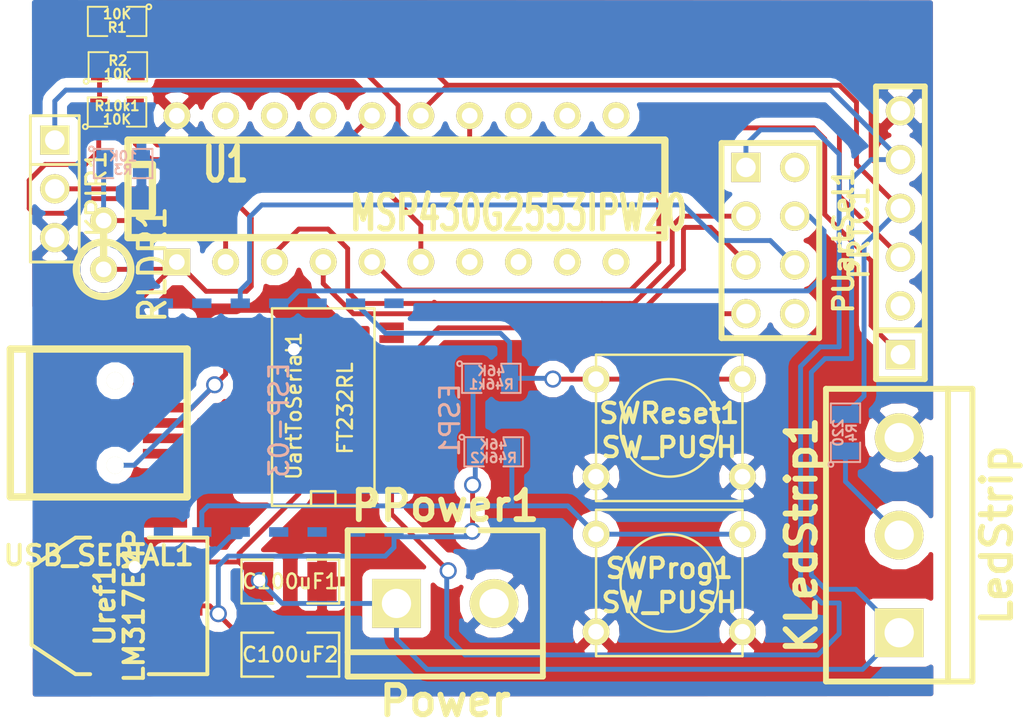
<source format=kicad_pcb>
(kicad_pcb (version 3) (host pcbnew "(2013-jul-07)-stable")

  (general
    (links 62)
    (no_connects 1)
    (area 0 0 0 0)
    (thickness 1.6)
    (drawings 0)
    (tracks 263)
    (zones 0)
    (modules 22)
    (nets 21)
  )

  (page A3)
  (layers
    (15 F.Cu signal)
    (0 B.Cu signal)
    (16 B.Adhes user)
    (17 F.Adhes user)
    (18 B.Paste user)
    (19 F.Paste user)
    (20 B.SilkS user)
    (21 F.SilkS user)
    (22 B.Mask user)
    (23 F.Mask user)
    (24 Dwgs.User user)
    (25 Cmts.User user)
    (26 Eco1.User user)
    (27 Eco2.User user)
    (28 Edge.Cuts user)
  )

  (setup
    (last_trace_width 0.254)
    (trace_clearance 0.254)
    (zone_clearance 0.508)
    (zone_45_only no)
    (trace_min 0.254)
    (segment_width 0.2)
    (edge_width 0.1)
    (via_size 0.889)
    (via_drill 0.635)
    (via_min_size 0.889)
    (via_min_drill 0.508)
    (uvia_size 0.508)
    (uvia_drill 0.127)
    (uvias_allowed no)
    (uvia_min_size 0.508)
    (uvia_min_drill 0.127)
    (pcb_text_width 0.3)
    (pcb_text_size 1.5 1.5)
    (mod_edge_width 0.15)
    (mod_text_size 1 1)
    (mod_text_width 0.15)
    (pad_size 0.5 1)
    (pad_drill 0)
    (pad_to_mask_clearance 0)
    (aux_axis_origin 0 0)
    (visible_elements FFFFFFBF)
    (pcbplotparams
      (layerselection 3178497)
      (usegerberextensions true)
      (excludeedgelayer true)
      (linewidth 0.150000)
      (plotframeref false)
      (viasonmask false)
      (mode 1)
      (useauxorigin false)
      (hpglpennumber 1)
      (hpglpenspeed 20)
      (hpglpendiameter 15)
      (hpglpenoverlay 2)
      (psnegative false)
      (psa4output false)
      (plotreference true)
      (plotvalue true)
      (plotothertext true)
      (plotinvisibletext false)
      (padsonsilk false)
      (subtractmaskfromsilk false)
      (outputformat 1)
      (mirror false)
      (drillshape 1)
      (scaleselection 1)
      (outputdirectory ""))
  )

  (net 0 "")
  (net 1 +3.3V)
  (net 2 +5V)
  (net 3 GND)
  (net 4 N-000001)
  (net 5 N-0000010)
  (net 6 N-0000015)
  (net 7 N-0000016)
  (net 8 N-0000018)
  (net 9 N-0000019)
  (net 10 N-000002)
  (net 11 N-0000020)
  (net 12 N-0000021)
  (net 13 N-0000022)
  (net 14 N-0000023)
  (net 15 N-0000024)
  (net 16 N-0000025)
  (net 17 N-000003)
  (net 18 N-0000039)
  (net 19 N-000004)
  (net 20 N-000005)

  (net_class Default "This is the default net class."
    (clearance 0.254)
    (trace_width 0.254)
    (via_dia 0.889)
    (via_drill 0.635)
    (uvia_dia 0.508)
    (uvia_drill 0.127)
    (add_net "")
    (add_net +3.3V)
    (add_net +5V)
    (add_net GND)
    (add_net N-000001)
    (add_net N-0000010)
    (add_net N-0000015)
    (add_net N-0000016)
    (add_net N-0000018)
    (add_net N-0000019)
    (add_net N-000002)
    (add_net N-0000020)
    (add_net N-0000021)
    (add_net N-0000022)
    (add_net N-0000023)
    (add_net N-0000024)
    (add_net N-0000025)
    (add_net N-000003)
    (add_net N-0000039)
    (add_net N-000004)
    (add_net N-000005)
  )

  (module USB_MINI_B (layer F.Cu) (tedit 505F99F2) (tstamp 55E7492F)
    (at 16.1544 34.1884)
    (descr "USB Mini-B 5-pin SMD connector")
    (tags "USB, Mini-B, connector")
    (path /55E4A13E)
    (fp_text reference USB_SERIAL1 (at 0 6.90118) (layer F.SilkS)
      (effects (font (size 1.016 1.016) (thickness 0.2032)))
    )
    (fp_text value USB-MINI-B (at 0 -7.0993) (layer F.SilkS) hide
      (effects (font (size 1.016 1.016) (thickness 0.2032)))
    )
    (fp_line (start -3.59918 -3.85064) (end -3.59918 3.85064) (layer F.SilkS) (width 0.381))
    (fp_line (start -4.59994 -3.85064) (end -4.59994 3.85064) (layer F.SilkS) (width 0.381))
    (fp_line (start -4.59994 3.85064) (end 4.59994 3.85064) (layer F.SilkS) (width 0.381))
    (fp_line (start 4.59994 3.85064) (end 4.59994 -3.85064) (layer F.SilkS) (width 0.381))
    (fp_line (start 4.59994 -3.85064) (end -4.59994 -3.85064) (layer F.SilkS) (width 0.381))
    (pad 1 smd rect (at 3.44932 -1.6002) (size 2.30124 0.50038)
      (layers F.Cu F.Paste F.Mask)
    )
    (pad 2 smd rect (at 3.44932 -0.8001) (size 2.30124 0.50038)
      (layers F.Cu F.Paste F.Mask)
      (net 5 N-0000010)
    )
    (pad 3 smd rect (at 3.44932 0) (size 2.30124 0.50038)
      (layers F.Cu F.Paste F.Mask)
      (net 20 N-000005)
    )
    (pad 4 smd rect (at 3.44932 0.8001) (size 2.30124 0.50038)
      (layers F.Cu F.Paste F.Mask)
    )
    (pad 5 smd rect (at 3.44932 1.6002) (size 2.30124 0.50038)
      (layers F.Cu F.Paste F.Mask)
      (net 3 GND)
    )
    (pad 6 smd rect (at 3.35026 -4.45008) (size 2.49936 1.99898)
      (layers F.Cu F.Paste F.Mask)
    )
    (pad 7 smd rect (at -2.14884 -4.45008) (size 2.49936 1.99898)
      (layers F.Cu F.Paste F.Mask)
    )
    (pad 8 smd rect (at 3.35026 4.45008) (size 2.49936 1.99898)
      (layers F.Cu F.Paste F.Mask)
    )
    (pad 9 smd rect (at -2.14884 4.45008) (size 2.49936 1.99898)
      (layers F.Cu F.Paste F.Mask)
    )
    (pad "" np_thru_hole circle (at 0.8509 -2.19964) (size 0.89916 0.89916) (drill 0.89916)
      (layers *.Cu *.Mask F.SilkS)
    )
    (pad 2 np_thru_hole circle (at 0.8509 2.19964) (size 0.89916 0.89916) (drill 0.89916)
      (layers *.Cu *.Mask F.SilkS)
      (net 5 N-0000010)
    )
  )

  (module SSOP28 (layer F.Cu) (tedit 3D81AA31) (tstamp 55E74971)
    (at 27.8384 33.4264 90)
    (descr "SSOP 28 pins")
    (tags "CMS SSOP SMD")
    (path /55E4A0A5)
    (attr smd)
    (fp_text reference UartToSerial1 (at 0.127 -1.524 90) (layer F.SilkS)
      (effects (font (size 0.762 0.762) (thickness 0.127)))
    )
    (fp_text value FT232RL (at 0 1.143 90) (layer F.SilkS)
      (effects (font (size 0.762 0.762) (thickness 0.127)))
    )
    (fp_circle (center -4.572 2.159) (end -4.826 1.905) (layer F.SilkS) (width 0.127))
    (fp_line (start -5.08 -0.635) (end -4.318 -0.635) (layer F.SilkS) (width 0.127))
    (fp_line (start -4.318 -0.635) (end -4.318 0.635) (layer F.SilkS) (width 0.127))
    (fp_line (start -4.318 0.635) (end -5.08 0.635) (layer F.SilkS) (width 0.127))
    (fp_line (start 5.207 2.667) (end -5.08 2.667) (layer F.SilkS) (width 0.127))
    (fp_line (start -5.08 -2.667) (end 5.207 -2.667) (layer F.SilkS) (width 0.127))
    (fp_line (start -5.08 -2.667) (end -5.08 2.667) (layer F.SilkS) (width 0.127))
    (fp_line (start 5.207 -2.667) (end 5.207 2.667) (layer F.SilkS) (width 0.127))
    (pad 1 smd rect (at -4.191 3.556 90) (size 0.4064 1.27)
      (layers F.Cu F.Paste F.Mask)
      (net 11 N-0000020)
    )
    (pad 2 smd rect (at -3.556 3.556 90) (size 0.4064 1.27)
      (layers F.Cu F.Paste F.Mask)
    )
    (pad 3 smd rect (at -2.8956 3.556 90) (size 0.4064 1.27)
      (layers F.Cu F.Paste F.Mask)
    )
    (pad 4 smd rect (at -2.2352 3.556 90) (size 0.4064 1.27)
      (layers F.Cu F.Paste F.Mask)
    )
    (pad 5 smd rect (at -1.6002 3.556 90) (size 0.4064 1.27)
      (layers F.Cu F.Paste F.Mask)
      (net 13 N-0000022)
    )
    (pad 6 smd rect (at -0.9398 3.556 90) (size 0.4064 1.27)
      (layers F.Cu F.Paste F.Mask)
    )
    (pad 7 smd rect (at -0.2794 3.556 90) (size 0.4064 1.27)
      (layers F.Cu F.Paste F.Mask)
      (net 3 GND)
    )
    (pad 8 smd rect (at 0.3556 3.556 90) (size 0.4064 1.27)
      (layers F.Cu F.Paste F.Mask)
    )
    (pad 9 smd rect (at 1.016 3.556 90) (size 0.4064 1.27)
      (layers F.Cu F.Paste F.Mask)
    )
    (pad 10 smd rect (at 1.651 3.556 90) (size 0.4064 1.27)
      (layers F.Cu F.Paste F.Mask)
    )
    (pad 11 smd rect (at 2.3114 3.556 90) (size 0.4064 1.27)
      (layers F.Cu F.Paste F.Mask)
    )
    (pad 12 smd rect (at 2.9718 3.556 90) (size 0.4064 1.27)
      (layers F.Cu F.Paste F.Mask)
    )
    (pad 13 smd rect (at 3.6068 3.556 90) (size 0.4064 1.27)
      (layers F.Cu F.Paste F.Mask)
    )
    (pad 14 smd rect (at 4.2672 3.556 90) (size 0.4064 1.27)
      (layers F.Cu F.Paste F.Mask)
    )
    (pad 15 smd rect (at 4.2672 -3.556 90) (size 0.4064 1.27)
      (layers F.Cu F.Paste F.Mask)
      (net 20 N-000005)
    )
    (pad 16 smd rect (at 3.6068 -3.556 90) (size 0.4064 1.27)
      (layers F.Cu F.Paste F.Mask)
      (net 5 N-0000010)
    )
    (pad 17 smd rect (at 2.9972 -3.556 90) (size 0.4064 1.27)
      (layers F.Cu F.Paste F.Mask)
    )
    (pad 18 smd rect (at 2.3114 -3.556 90) (size 0.4064 1.27)
      (layers F.Cu F.Paste F.Mask)
      (net 3 GND)
    )
    (pad 19 smd rect (at 1.651 -3.556 90) (size 0.4064 1.27)
      (layers F.Cu F.Paste F.Mask)
    )
    (pad 20 smd rect (at 1.016 -3.556 90) (size 0.4064 1.27)
      (layers F.Cu F.Paste F.Mask)
      (net 2 +5V)
    )
    (pad 21 smd rect (at 0.3556 -3.556 90) (size 0.4064 1.27)
      (layers F.Cu F.Paste F.Mask)
      (net 3 GND)
    )
    (pad 22 smd rect (at -0.2794 -3.556 90) (size 0.4064 1.27)
      (layers F.Cu F.Paste F.Mask)
    )
    (pad 23 smd rect (at -0.9398 -3.556 90) (size 0.4064 1.27)
      (layers F.Cu F.Paste F.Mask)
    )
    (pad 24 smd rect (at -1.6002 -3.556 90) (size 0.4064 1.27)
      (layers F.Cu F.Paste F.Mask)
    )
    (pad 25 smd rect (at -2.2352 -3.556 90) (size 0.4064 1.27)
      (layers F.Cu F.Paste F.Mask)
      (net 3 GND)
    )
    (pad 26 smd rect (at -2.8956 -3.556 90) (size 0.4064 1.27)
      (layers F.Cu F.Paste F.Mask)
      (net 3 GND)
    )
    (pad 27 smd rect (at -3.556 -3.556 90) (size 0.4064 1.27)
      (layers F.Cu F.Paste F.Mask)
    )
    (pad 28 smd rect (at -4.191 -3.556 90) (size 0.4064 1.27)
      (layers F.Cu F.Paste F.Mask)
    )
    (model smd/cms_soj28.wrl
      (at (xyz 0 0 0))
      (scale (xyz 0.256 0.5 0.25))
      (rotate (xyz 0 0 0))
    )
  )

  (module SM1206 (layer F.Cu) (tedit 42806E24) (tstamp 55E75370)
    (at 26.1239 42.4434)
    (path /55E4B1CB)
    (attr smd)
    (fp_text reference C100uF1 (at 0 0) (layer F.SilkS)
      (effects (font (size 0.762 0.762) (thickness 0.127)))
    )
    (fp_text value 100uF (at 0 0) (layer F.SilkS) hide
      (effects (font (size 0.762 0.762) (thickness 0.127)))
    )
    (fp_line (start -2.54 -1.143) (end -2.54 1.143) (layer F.SilkS) (width 0.127))
    (fp_line (start -2.54 1.143) (end -0.889 1.143) (layer F.SilkS) (width 0.127))
    (fp_line (start 0.889 -1.143) (end 2.54 -1.143) (layer F.SilkS) (width 0.127))
    (fp_line (start 2.54 -1.143) (end 2.54 1.143) (layer F.SilkS) (width 0.127))
    (fp_line (start 2.54 1.143) (end 0.889 1.143) (layer F.SilkS) (width 0.127))
    (fp_line (start -0.889 -1.143) (end -2.54 -1.143) (layer F.SilkS) (width 0.127))
    (pad 1 smd rect (at -1.651 0) (size 1.524 2.032)
      (layers F.Cu F.Paste F.Mask)
      (net 2 +5V)
    )
    (pad 2 smd rect (at 1.651 0) (size 1.524 2.032)
      (layers F.Cu F.Paste F.Mask)
      (net 3 GND)
    )
    (model smd/chip_cms.wrl
      (at (xyz 0 0 0))
      (scale (xyz 0.17 0.16 0.16))
      (rotate (xyz 0 0 0))
    )
  )

  (module SM1206 (layer F.Cu) (tedit 42806E24) (tstamp 55E75356)
    (at 26.1239 46.2534)
    (path /55E4B2A9)
    (attr smd)
    (fp_text reference C100uF2 (at 0 0) (layer F.SilkS)
      (effects (font (size 0.762 0.762) (thickness 0.127)))
    )
    (fp_text value 100uF (at 0 0) (layer F.SilkS) hide
      (effects (font (size 0.762 0.762) (thickness 0.127)))
    )
    (fp_line (start -2.54 -1.143) (end -2.54 1.143) (layer F.SilkS) (width 0.127))
    (fp_line (start -2.54 1.143) (end -0.889 1.143) (layer F.SilkS) (width 0.127))
    (fp_line (start 0.889 -1.143) (end 2.54 -1.143) (layer F.SilkS) (width 0.127))
    (fp_line (start 2.54 -1.143) (end 2.54 1.143) (layer F.SilkS) (width 0.127))
    (fp_line (start 2.54 1.143) (end 0.889 1.143) (layer F.SilkS) (width 0.127))
    (fp_line (start -0.889 -1.143) (end -2.54 -1.143) (layer F.SilkS) (width 0.127))
    (pad 1 smd rect (at -1.651 0) (size 1.524 2.032)
      (layers F.Cu F.Paste F.Mask)
      (net 1 +3.3V)
    )
    (pad 2 smd rect (at 1.651 0) (size 1.524 2.032)
      (layers F.Cu F.Paste F.Mask)
      (net 3 GND)
    )
    (model smd/chip_cms.wrl
      (at (xyz 0 0 0))
      (scale (xyz 0.17 0.16 0.16))
      (rotate (xyz 0 0 0))
    )
  )

  (module SM0805 (layer F.Cu) (tedit 55E75358) (tstamp 55E74AD3)
    (at 17.1069 17.9959)
    (path /55E4AC72)
    (attr smd)
    (fp_text reference R10k1 (at 0 -0.3175) (layer F.SilkS)
      (effects (font (size 0.50038 0.50038) (thickness 0.10922)))
    )
    (fp_text value 10K (at 0 0.381) (layer F.SilkS)
      (effects (font (size 0.50038 0.50038) (thickness 0.10922)))
    )
    (fp_circle (center -1.651 0.762) (end -1.651 0.635) (layer F.SilkS) (width 0.09906))
    (fp_line (start -0.508 0.762) (end -1.524 0.762) (layer F.SilkS) (width 0.09906))
    (fp_line (start -1.524 0.762) (end -1.524 -0.762) (layer F.SilkS) (width 0.09906))
    (fp_line (start -1.524 -0.762) (end -0.508 -0.762) (layer F.SilkS) (width 0.09906))
    (fp_line (start 0.508 -0.762) (end 1.524 -0.762) (layer F.SilkS) (width 0.09906))
    (fp_line (start 1.524 -0.762) (end 1.524 0.762) (layer F.SilkS) (width 0.09906))
    (fp_line (start 1.524 0.762) (end 0.508 0.762) (layer F.SilkS) (width 0.09906))
    (pad 1 smd rect (at -0.9525 0) (size 0.889 1.397)
      (layers F.Cu F.Paste F.Mask)
      (net 1 +3.3V)
    )
    (pad 2 smd rect (at 0.9525 0) (size 0.889 1.397)
      (layers F.Cu F.Paste F.Mask)
      (net 18 N-0000039)
    )
    (model smd/chip_cms.wrl
      (at (xyz 0 0 0))
      (scale (xyz 0.1 0.1 0.1))
      (rotate (xyz 0 0 0))
    )
  )

  (module R1 (layer F.Cu) (tedit 200000) (tstamp 55E749AB)
    (at 16.4084 24.9174 90)
    (descr "Resistance verticale")
    (tags R)
    (path /55E4A9C6)
    (autoplace_cost90 10)
    (autoplace_cost180 10)
    (fp_text reference RLDR1 (at -1.016 2.54 90) (layer F.SilkS)
      (effects (font (size 1.397 1.27) (thickness 0.2032)))
    )
    (fp_text value LDR (at -1.143 2.54 90) (layer F.SilkS) hide
      (effects (font (size 1.397 1.27) (thickness 0.2032)))
    )
    (fp_line (start -1.27 0) (end 1.27 0) (layer F.SilkS) (width 0.381))
    (fp_circle (center -1.27 0) (end -0.635 1.27) (layer F.SilkS) (width 0.381))
    (pad 1 thru_hole circle (at -1.27 0 90) (size 1.397 1.397) (drill 0.8128)
      (layers *.Cu *.Mask F.SilkS)
      (net 1 +3.3V)
    )
    (pad 2 thru_hole circle (at 1.27 0 90) (size 1.397 1.397) (drill 0.8128)
      (layers *.Cu *.Mask F.SilkS)
      (net 17 N-000003)
    )
    (model discret/verti_resistor.wrl
      (at (xyz 0 0 0))
      (scale (xyz 1 1 1))
      (rotate (xyz 0 0 0))
    )
  )

  (module pin_array_4x2 (layer F.Cu) (tedit 3FAB90E6) (tstamp 55E896D8)
    (at 51.1048 24.6888 270)
    (descr "Double rangee de contacts 2 x 4 pins")
    (tags CONN)
    (path /55E4B652)
    (fp_text reference PUartSel1 (at 0 -3.81 270) (layer F.SilkS)
      (effects (font (size 1.016 1.016) (thickness 0.2032)))
    )
    (fp_text value UartSel (at 0 3.81 270) (layer F.SilkS) hide
      (effects (font (size 1.016 1.016) (thickness 0.2032)))
    )
    (fp_line (start -5.08 -2.54) (end 5.08 -2.54) (layer F.SilkS) (width 0.3048))
    (fp_line (start 5.08 -2.54) (end 5.08 2.54) (layer F.SilkS) (width 0.3048))
    (fp_line (start 5.08 2.54) (end -5.08 2.54) (layer F.SilkS) (width 0.3048))
    (fp_line (start -5.08 2.54) (end -5.08 -2.54) (layer F.SilkS) (width 0.3048))
    (pad 1 thru_hole rect (at -3.81 1.27 270) (size 1.524 1.524) (drill 1.016)
      (layers *.Cu *.Mask F.SilkS)
      (net 11 N-0000020)
    )
    (pad 2 thru_hole circle (at -3.81 -1.27 270) (size 1.524 1.524) (drill 1.016)
      (layers *.Cu *.Mask F.SilkS)
    )
    (pad 3 thru_hole circle (at -1.27 1.27 270) (size 1.524 1.524) (drill 1.016)
      (layers *.Cu *.Mask F.SilkS)
      (net 9 N-0000019)
    )
    (pad 4 thru_hole circle (at -1.27 -1.27 270) (size 1.524 1.524) (drill 1.016)
      (layers *.Cu *.Mask F.SilkS)
      (net 16 N-0000025)
    )
    (pad 5 thru_hole circle (at 1.27 1.27 270) (size 1.524 1.524) (drill 1.016)
      (layers *.Cu *.Mask F.SilkS)
      (net 12 N-0000021)
    )
    (pad 6 thru_hole circle (at 1.27 -1.27 270) (size 1.524 1.524) (drill 1.016)
      (layers *.Cu *.Mask F.SilkS)
      (net 15 N-0000024)
    )
    (pad 7 thru_hole circle (at 3.81 1.27 270) (size 1.524 1.524) (drill 1.016)
      (layers *.Cu *.Mask F.SilkS)
      (net 13 N-0000022)
    )
    (pad 8 thru_hole circle (at 3.81 -1.27 270) (size 1.524 1.524) (drill 1.016)
      (layers *.Cu *.Mask F.SilkS)
    )
    (model pin_array/pins_array_4x2.wrl
      (at (xyz 0 0 0))
      (scale (xyz 1 1 1))
      (rotate (xyz 0 0 0))
    )
  )

  (module PIN_ARRAY_3X1 (layer F.Cu) (tedit 4C1130E0) (tstamp 55E749C7)
    (at 13.8684 21.9964 270)
    (descr "Connecteur 3 pins")
    (tags "CONN DEV")
    (path /55E4A8ED)
    (fp_text reference KPIR1 (at 0.254 -2.159 270) (layer F.SilkS)
      (effects (font (size 1.016 1.016) (thickness 0.1524)))
    )
    (fp_text value PIR (at 0 -2.159 270) (layer F.SilkS) hide
      (effects (font (size 1.016 1.016) (thickness 0.1524)))
    )
    (fp_line (start -3.81 1.27) (end -3.81 -1.27) (layer F.SilkS) (width 0.1524))
    (fp_line (start -3.81 -1.27) (end 3.81 -1.27) (layer F.SilkS) (width 0.1524))
    (fp_line (start 3.81 -1.27) (end 3.81 1.27) (layer F.SilkS) (width 0.1524))
    (fp_line (start 3.81 1.27) (end -3.81 1.27) (layer F.SilkS) (width 0.1524))
    (fp_line (start -1.27 -1.27) (end -1.27 1.27) (layer F.SilkS) (width 0.1524))
    (pad 1 thru_hole rect (at -2.54 0 270) (size 1.524 1.524) (drill 1.016)
      (layers *.Cu *.Mask F.SilkS)
      (net 2 +5V)
    )
    (pad 2 thru_hole circle (at 0 0 270) (size 1.524 1.524) (drill 1.016)
      (layers *.Cu *.Mask F.SilkS)
      (net 19 N-000004)
    )
    (pad 3 thru_hole circle (at 2.54 0 270) (size 1.524 1.524) (drill 1.016)
      (layers *.Cu *.Mask F.SilkS)
      (net 3 GND)
    )
    (model pin_array/pins_array_3x1.wrl
      (at (xyz 0 0 0))
      (scale (xyz 1 1 1))
      (rotate (xyz 0 0 0))
    )
  )

  (module PIN_ARRAY-6X1 (layer F.Cu) (tedit 41402119) (tstamp 55E749D6)
    (at 57.8739 24.2824 90)
    (descr "Connecteur 6 pins")
    (tags "CONN DEV")
    (path /55E4A637)
    (fp_text reference PRTC1 (at 0 -2.159 90) (layer F.SilkS)
      (effects (font (size 1.016 1.016) (thickness 0.2032)))
    )
    (fp_text value RTC (at 0 2.159 90) (layer F.SilkS) hide
      (effects (font (size 1.016 0.889) (thickness 0.2032)))
    )
    (fp_line (start -7.62 1.27) (end -7.62 -1.27) (layer F.SilkS) (width 0.3048))
    (fp_line (start -7.62 -1.27) (end 7.62 -1.27) (layer F.SilkS) (width 0.3048))
    (fp_line (start 7.62 -1.27) (end 7.62 1.27) (layer F.SilkS) (width 0.3048))
    (fp_line (start 7.62 1.27) (end -7.62 1.27) (layer F.SilkS) (width 0.3048))
    (fp_line (start -5.08 1.27) (end -5.08 -1.27) (layer F.SilkS) (width 0.3048))
    (pad 1 thru_hole rect (at -6.35 0 90) (size 1.524 1.524) (drill 1.016)
      (layers *.Cu *.Mask F.SilkS)
      (net 4 N-000001)
    )
    (pad 2 thru_hole circle (at -3.81 0 90) (size 1.524 1.524) (drill 1.016)
      (layers *.Cu *.Mask F.SilkS)
    )
    (pad 3 thru_hole circle (at -1.27 0 90) (size 1.524 1.524) (drill 1.016)
      (layers *.Cu *.Mask F.SilkS)
      (net 7 N-0000016)
    )
    (pad 4 thru_hole circle (at 1.27 0 90) (size 1.524 1.524) (drill 1.016)
      (layers *.Cu *.Mask F.SilkS)
      (net 6 N-0000015)
    )
    (pad 5 thru_hole circle (at 3.81 0 90) (size 1.524 1.524) (drill 1.016)
      (layers *.Cu *.Mask F.SilkS)
      (net 2 +5V)
    )
    (pad 6 thru_hole circle (at 6.35 0 90) (size 1.524 1.524) (drill 1.016)
      (layers *.Cu *.Mask F.SilkS)
      (net 3 GND)
    )
    (model pin_array/pins_array_6x1.wrl
      (at (xyz 0 0 0))
      (scale (xyz 1 1 1))
      (rotate (xyz 0 0 0))
    )
  )

  (module bornier3 (layer F.Cu) (tedit 3EC0ECFA) (tstamp 55E749F4)
    (at 57.8104 40.0304 90)
    (descr "Bornier d'alimentation 3 pins")
    (tags DEV)
    (path /55E4A411)
    (fp_text reference KLedStrip1 (at 0 -5.08 90) (layer F.SilkS)
      (effects (font (size 1.524 1.524) (thickness 0.3048)))
    )
    (fp_text value LedStrip (at 0 5.08 90) (layer F.SilkS)
      (effects (font (size 1.524 1.524) (thickness 0.3048)))
    )
    (fp_line (start -7.62 3.81) (end -7.62 -3.81) (layer F.SilkS) (width 0.3048))
    (fp_line (start 7.62 3.81) (end 7.62 -3.81) (layer F.SilkS) (width 0.3048))
    (fp_line (start -7.62 2.54) (end 7.62 2.54) (layer F.SilkS) (width 0.3048))
    (fp_line (start -7.62 -3.81) (end 7.62 -3.81) (layer F.SilkS) (width 0.3048))
    (fp_line (start -7.62 3.81) (end 7.62 3.81) (layer F.SilkS) (width 0.3048))
    (pad 1 thru_hole rect (at -5.08 0 90) (size 2.54 2.54) (drill 1.524)
      (layers *.Cu *.Mask F.SilkS)
      (net 2 +5V)
    )
    (pad 2 thru_hole circle (at 0 0 90) (size 2.54 2.54) (drill 1.524)
      (layers *.Cu *.Mask F.SilkS)
      (net 10 N-000002)
    )
    (pad 3 thru_hole circle (at 5.08 0 90) (size 2.54 2.54) (drill 1.524)
      (layers *.Cu *.Mask F.SilkS)
      (net 3 GND)
    )
    (model device/bornier_3.wrl
      (at (xyz 0 0 0))
      (scale (xyz 1 1 1))
      (rotate (xyz 0 0 0))
    )
  )

  (module bornier2 (layer F.Cu) (tedit 3EC0ED69) (tstamp 55E749FF)
    (at 34.1884 43.5864)
    (descr "Bornier d'alimentation 2 pins")
    (tags DEV)
    (path /55E4A402)
    (fp_text reference PPower1 (at 0 -5.08) (layer F.SilkS)
      (effects (font (size 1.524 1.524) (thickness 0.3048)))
    )
    (fp_text value Power (at 0 5.08) (layer F.SilkS)
      (effects (font (size 1.524 1.524) (thickness 0.3048)))
    )
    (fp_line (start 5.08 2.54) (end -5.08 2.54) (layer F.SilkS) (width 0.3048))
    (fp_line (start 5.08 3.81) (end 5.08 -3.81) (layer F.SilkS) (width 0.3048))
    (fp_line (start 5.08 -3.81) (end -5.08 -3.81) (layer F.SilkS) (width 0.3048))
    (fp_line (start -5.08 -3.81) (end -5.08 3.81) (layer F.SilkS) (width 0.3048))
    (fp_line (start -5.08 3.81) (end 5.08 3.81) (layer F.SilkS) (width 0.3048))
    (pad 1 thru_hole rect (at -2.54 0) (size 2.54 2.54) (drill 1.524)
      (layers *.Cu *.Mask F.SilkS)
      (net 2 +5V)
    )
    (pad 2 thru_hole circle (at 2.54 0) (size 2.54 2.54) (drill 1.524)
      (layers *.Cu *.Mask F.SilkS)
      (net 3 GND)
    )
    (model device/bornier_2.wrl
      (at (xyz 0 0 0))
      (scale (xyz 1 1 1))
      (rotate (xyz 0 0 0))
    )
  )

  (module DIP-20__300 (layer F.Cu) (tedit 200000) (tstamp 55E74A87)
    (at 31.6484 21.9964)
    (descr "20 pins DIL package, round pads")
    (tags DIL)
    (path /55E4A038)
    (fp_text reference U1 (at -8.89 -1.27) (layer F.SilkS)
      (effects (font (size 1.778 1.143) (thickness 0.3048)))
    )
    (fp_text value MSP430G2553IPW20 (at 6.35 1.27) (layer F.SilkS)
      (effects (font (size 1.778 1.143) (thickness 0.3048)))
    )
    (fp_line (start -13.97 -1.27) (end -12.7 -1.27) (layer F.SilkS) (width 0.381))
    (fp_line (start -12.7 -1.27) (end -12.7 1.27) (layer F.SilkS) (width 0.381))
    (fp_line (start -12.7 1.27) (end -13.97 1.27) (layer F.SilkS) (width 0.381))
    (fp_line (start -13.97 -2.54) (end 13.97 -2.54) (layer F.SilkS) (width 0.381))
    (fp_line (start 13.97 -2.54) (end 13.97 2.54) (layer F.SilkS) (width 0.381))
    (fp_line (start 13.97 2.54) (end -13.97 2.54) (layer F.SilkS) (width 0.381))
    (fp_line (start -13.97 2.54) (end -13.97 -2.54) (layer F.SilkS) (width 0.381))
    (pad 1 thru_hole rect (at -11.43 3.81) (size 1.397 1.397) (drill 0.8128)
      (layers *.Cu *.Mask F.SilkS)
      (net 1 +3.3V)
    )
    (pad 2 thru_hole circle (at -8.89 3.81) (size 1.397 1.397) (drill 0.8128)
      (layers *.Cu *.Mask F.SilkS)
      (net 17 N-000003)
    )
    (pad 3 thru_hole circle (at -6.35 3.81) (size 1.397 1.397) (drill 0.8128)
      (layers *.Cu *.Mask F.SilkS)
      (net 9 N-0000019)
    )
    (pad 4 thru_hole circle (at -3.81 3.81) (size 1.397 1.397) (drill 0.8128)
      (layers *.Cu *.Mask F.SilkS)
      (net 12 N-0000021)
    )
    (pad 5 thru_hole circle (at -1.27 3.81) (size 1.397 1.397) (drill 0.8128)
      (layers *.Cu *.Mask F.SilkS)
      (net 4 N-000001)
    )
    (pad 6 thru_hole circle (at 1.27 3.81) (size 1.397 1.397) (drill 0.8128)
      (layers *.Cu *.Mask F.SilkS)
      (net 19 N-000004)
    )
    (pad 7 thru_hole circle (at 3.81 3.81) (size 1.397 1.397) (drill 0.8128)
      (layers *.Cu *.Mask F.SilkS)
    )
    (pad 8 thru_hole circle (at 6.35 3.81) (size 1.397 1.397) (drill 0.8128)
      (layers *.Cu *.Mask F.SilkS)
    )
    (pad 9 thru_hole circle (at 8.89 3.81) (size 1.397 1.397) (drill 0.8128)
      (layers *.Cu *.Mask F.SilkS)
    )
    (pad 10 thru_hole circle (at 11.43 3.81) (size 1.397 1.397) (drill 0.8128)
      (layers *.Cu *.Mask F.SilkS)
    )
    (pad 11 thru_hole circle (at 11.43 -3.81) (size 1.397 1.397) (drill 0.8128)
      (layers *.Cu *.Mask F.SilkS)
    )
    (pad 12 thru_hole circle (at 8.89 -3.81) (size 1.397 1.397) (drill 0.8128)
      (layers *.Cu *.Mask F.SilkS)
    )
    (pad 13 thru_hole circle (at 6.35 -3.81) (size 1.397 1.397) (drill 0.8128)
      (layers *.Cu *.Mask F.SilkS)
    )
    (pad 14 thru_hole circle (at 3.81 -3.81) (size 1.397 1.397) (drill 0.8128)
      (layers *.Cu *.Mask F.SilkS)
      (net 7 N-0000016)
    )
    (pad 15 thru_hole circle (at 1.27 -3.81) (size 1.397 1.397) (drill 0.8128)
      (layers *.Cu *.Mask F.SilkS)
      (net 6 N-0000015)
    )
    (pad 16 thru_hole circle (at -1.27 -3.81) (size 1.397 1.397) (drill 0.8128)
      (layers *.Cu *.Mask F.SilkS)
      (net 18 N-0000039)
    )
    (pad 17 thru_hole circle (at -3.81 -3.81) (size 1.397 1.397) (drill 0.8128)
      (layers *.Cu *.Mask F.SilkS)
    )
    (pad 18 thru_hole circle (at -6.35 -3.81) (size 1.397 1.397) (drill 0.8128)
      (layers *.Cu *.Mask F.SilkS)
    )
    (pad 19 thru_hole circle (at -8.89 -3.81) (size 1.397 1.397) (drill 0.8128)
      (layers *.Cu *.Mask F.SilkS)
    )
    (pad 20 thru_hole circle (at -11.43 -3.81) (size 1.397 1.397) (drill 0.8128)
      (layers *.Cu *.Mask F.SilkS)
      (net 3 GND)
    )
    (model dil/dil_20.wrl
      (at (xyz 0 0 0))
      (scale (xyz 1 1 1))
      (rotate (xyz 0 0 0))
    )
  )

  (module SOT223 (layer F.Cu) (tedit 200000) (tstamp 55E753B4)
    (at 17.2339 43.7134 90)
    (descr "module CMS SOT223 4 pins")
    (tags "CMS SOT")
    (path /55E4A113)
    (attr smd)
    (fp_text reference Uref1 (at 0 -0.762 90) (layer F.SilkS)
      (effects (font (size 1.016 1.016) (thickness 0.2032)))
    )
    (fp_text value LM317EMP (at 0 0.762 90) (layer F.SilkS)
      (effects (font (size 1.016 1.016) (thickness 0.2032)))
    )
    (fp_line (start -3.556 1.524) (end -3.556 4.572) (layer F.SilkS) (width 0.2032))
    (fp_line (start -3.556 4.572) (end 3.556 4.572) (layer F.SilkS) (width 0.2032))
    (fp_line (start 3.556 4.572) (end 3.556 1.524) (layer F.SilkS) (width 0.2032))
    (fp_line (start -3.556 -1.524) (end -3.556 -2.286) (layer F.SilkS) (width 0.2032))
    (fp_line (start -3.556 -2.286) (end -2.032 -4.572) (layer F.SilkS) (width 0.2032))
    (fp_line (start -2.032 -4.572) (end 2.032 -4.572) (layer F.SilkS) (width 0.2032))
    (fp_line (start 2.032 -4.572) (end 3.556 -2.286) (layer F.SilkS) (width 0.2032))
    (fp_line (start 3.556 -2.286) (end 3.556 -1.524) (layer F.SilkS) (width 0.2032))
    (pad 4 smd rect (at 0 -3.302 90) (size 3.6576 2.032)
      (layers F.Cu F.Paste F.Mask)
    )
    (pad 2 smd rect (at 0 3.302 90) (size 1.016 2.032)
      (layers F.Cu F.Paste F.Mask)
      (net 1 +3.3V)
    )
    (pad 3 smd rect (at 2.286 3.302 90) (size 1.016 2.032)
      (layers F.Cu F.Paste F.Mask)
      (net 2 +5V)
    )
    (pad 1 smd rect (at -2.286 3.302 90) (size 1.016 2.032)
      (layers F.Cu F.Paste F.Mask)
      (net 3 GND)
    )
    (model smd/SOT223.wrl
      (at (xyz 0 0 0))
      (scale (xyz 0.4 0.4 0.4))
      (rotate (xyz 0 0 0))
    )
  )

  (module SW_PUSH_SMALL (layer F.Cu) (tedit 46544DB3) (tstamp 55E89E80)
    (at 45.84446 34.44494)
    (path /55E4BF82)
    (fp_text reference SWReset1 (at 0 -0.762) (layer F.SilkS)
      (effects (font (size 1.016 1.016) (thickness 0.2032)))
    )
    (fp_text value SW_PUSH (at 0 1.016) (layer F.SilkS)
      (effects (font (size 1.016 1.016) (thickness 0.2032)))
    )
    (fp_circle (center 0 0) (end 0 -2.54) (layer F.SilkS) (width 0.127))
    (fp_line (start -3.81 -3.81) (end 3.81 -3.81) (layer F.SilkS) (width 0.127))
    (fp_line (start 3.81 -3.81) (end 3.81 3.81) (layer F.SilkS) (width 0.127))
    (fp_line (start 3.81 3.81) (end -3.81 3.81) (layer F.SilkS) (width 0.127))
    (fp_line (start -3.81 -3.81) (end -3.81 3.81) (layer F.SilkS) (width 0.127))
    (pad 1 thru_hole circle (at 3.81 -2.54) (size 1.397 1.397) (drill 0.8128)
      (layers *.Cu *.Mask F.SilkS)
      (net 14 N-0000023)
    )
    (pad 2 thru_hole circle (at 3.81 2.54) (size 1.397 1.397) (drill 0.8128)
      (layers *.Cu *.Mask F.SilkS)
      (net 3 GND)
    )
    (pad 1 thru_hole circle (at -3.81 -2.54) (size 1.397 1.397) (drill 0.8128)
      (layers *.Cu *.Mask F.SilkS)
      (net 14 N-0000023)
    )
    (pad 2 thru_hole circle (at -3.81 2.54) (size 1.397 1.397) (drill 0.8128)
      (layers *.Cu *.Mask F.SilkS)
      (net 3 GND)
    )
  )

  (module SW_PUSH_SMALL (layer F.Cu) (tedit 46544DB3) (tstamp 55E89E8E)
    (at 45.847 42.5196)
    (path /55E4BF91)
    (fp_text reference SWProg1 (at 0 -0.762) (layer F.SilkS)
      (effects (font (size 1.016 1.016) (thickness 0.2032)))
    )
    (fp_text value SW_PUSH (at 0 1.016) (layer F.SilkS)
      (effects (font (size 1.016 1.016) (thickness 0.2032)))
    )
    (fp_circle (center 0 0) (end 0 -2.54) (layer F.SilkS) (width 0.127))
    (fp_line (start -3.81 -3.81) (end 3.81 -3.81) (layer F.SilkS) (width 0.127))
    (fp_line (start 3.81 -3.81) (end 3.81 3.81) (layer F.SilkS) (width 0.127))
    (fp_line (start 3.81 3.81) (end -3.81 3.81) (layer F.SilkS) (width 0.127))
    (fp_line (start -3.81 -3.81) (end -3.81 3.81) (layer F.SilkS) (width 0.127))
    (pad 1 thru_hole circle (at 3.81 -2.54) (size 1.397 1.397) (drill 0.8128)
      (layers *.Cu *.Mask F.SilkS)
      (net 8 N-0000018)
    )
    (pad 2 thru_hole circle (at 3.81 2.54) (size 1.397 1.397) (drill 0.8128)
      (layers *.Cu *.Mask F.SilkS)
      (net 3 GND)
    )
    (pad 1 thru_hole circle (at -3.81 -2.54) (size 1.397 1.397) (drill 0.8128)
      (layers *.Cu *.Mask F.SilkS)
      (net 8 N-0000018)
    )
    (pad 2 thru_hole circle (at -3.81 2.54) (size 1.397 1.397) (drill 0.8128)
      (layers *.Cu *.Mask F.SilkS)
      (net 3 GND)
    )
  )

  (module SM0805 (layer B.Cu) (tedit 5091495C) (tstamp 55E9DDEE)
    (at 36.58616 31.86176)
    (path /55E4BF64)
    (attr smd)
    (fp_text reference R46k1 (at 0 0.3175) (layer B.SilkS)
      (effects (font (size 0.50038 0.50038) (thickness 0.10922)) (justify mirror))
    )
    (fp_text value 46K (at 0 -0.381) (layer B.SilkS)
      (effects (font (size 0.50038 0.50038) (thickness 0.10922)) (justify mirror))
    )
    (fp_circle (center -1.651 -0.762) (end -1.651 -0.635) (layer B.SilkS) (width 0.09906))
    (fp_line (start -0.508 -0.762) (end -1.524 -0.762) (layer B.SilkS) (width 0.09906))
    (fp_line (start -1.524 -0.762) (end -1.524 0.762) (layer B.SilkS) (width 0.09906))
    (fp_line (start -1.524 0.762) (end -0.508 0.762) (layer B.SilkS) (width 0.09906))
    (fp_line (start 0.508 0.762) (end 1.524 0.762) (layer B.SilkS) (width 0.09906))
    (fp_line (start 1.524 0.762) (end 1.524 -0.762) (layer B.SilkS) (width 0.09906))
    (fp_line (start 1.524 -0.762) (end 0.508 -0.762) (layer B.SilkS) (width 0.09906))
    (pad 1 smd rect (at -0.9525 0) (size 0.889 1.397)
      (layers B.Cu B.Paste B.Mask)
      (net 1 +3.3V)
    )
    (pad 2 smd rect (at 0.9525 0) (size 0.889 1.397)
      (layers B.Cu B.Paste B.Mask)
      (net 14 N-0000023)
    )
    (model smd/chip_cms.wrl
      (at (xyz 0 0 0))
      (scale (xyz 0.1 0.1 0.1))
      (rotate (xyz 0 0 0))
    )
  )

  (module SM0805 (layer B.Cu) (tedit 5091495C) (tstamp 55E89E72)
    (at 36.703 35.68954)
    (path /55E4BF73)
    (attr smd)
    (fp_text reference R46K2 (at 0 0.3175) (layer B.SilkS)
      (effects (font (size 0.50038 0.50038) (thickness 0.10922)) (justify mirror))
    )
    (fp_text value 46K (at 0 -0.381) (layer B.SilkS)
      (effects (font (size 0.50038 0.50038) (thickness 0.10922)) (justify mirror))
    )
    (fp_circle (center -1.651 -0.762) (end -1.651 -0.635) (layer B.SilkS) (width 0.09906))
    (fp_line (start -0.508 -0.762) (end -1.524 -0.762) (layer B.SilkS) (width 0.09906))
    (fp_line (start -1.524 -0.762) (end -1.524 0.762) (layer B.SilkS) (width 0.09906))
    (fp_line (start -1.524 0.762) (end -0.508 0.762) (layer B.SilkS) (width 0.09906))
    (fp_line (start 0.508 0.762) (end 1.524 0.762) (layer B.SilkS) (width 0.09906))
    (fp_line (start 1.524 0.762) (end 1.524 -0.762) (layer B.SilkS) (width 0.09906))
    (fp_line (start 1.524 -0.762) (end 0.508 -0.762) (layer B.SilkS) (width 0.09906))
    (pad 1 smd rect (at -0.9525 0) (size 0.889 1.397)
      (layers B.Cu B.Paste B.Mask)
      (net 1 +3.3V)
    )
    (pad 2 smd rect (at 0.9525 0) (size 0.889 1.397)
      (layers B.Cu B.Paste B.Mask)
      (net 8 N-0000018)
    )
    (model smd/chip_cms.wrl
      (at (xyz 0 0 0))
      (scale (xyz 0.1 0.1 0.1))
      (rotate (xyz 0 0 0))
    )
  )

  (module SM0805 (layer F.Cu) (tedit 5091495C) (tstamp 55E89CCC)
    (at 17.11198 13.27658 180)
    (path /55E89C0E)
    (attr smd)
    (fp_text reference R1 (at 0 -0.3175 180) (layer F.SilkS)
      (effects (font (size 0.50038 0.50038) (thickness 0.10922)))
    )
    (fp_text value 10K (at 0 0.381 180) (layer F.SilkS)
      (effects (font (size 0.50038 0.50038) (thickness 0.10922)))
    )
    (fp_circle (center -1.651 0.762) (end -1.651 0.635) (layer F.SilkS) (width 0.09906))
    (fp_line (start -0.508 0.762) (end -1.524 0.762) (layer F.SilkS) (width 0.09906))
    (fp_line (start -1.524 0.762) (end -1.524 -0.762) (layer F.SilkS) (width 0.09906))
    (fp_line (start -1.524 -0.762) (end -0.508 -0.762) (layer F.SilkS) (width 0.09906))
    (fp_line (start 0.508 -0.762) (end 1.524 -0.762) (layer F.SilkS) (width 0.09906))
    (fp_line (start 1.524 -0.762) (end 1.524 0.762) (layer F.SilkS) (width 0.09906))
    (fp_line (start 1.524 0.762) (end 0.508 0.762) (layer F.SilkS) (width 0.09906))
    (pad 1 smd rect (at -0.9525 0 180) (size 0.889 1.397)
      (layers F.Cu F.Paste F.Mask)
      (net 6 N-0000015)
    )
    (pad 2 smd rect (at 0.9525 0 180) (size 0.889 1.397)
      (layers F.Cu F.Paste F.Mask)
      (net 1 +3.3V)
    )
    (model smd/chip_cms.wrl
      (at (xyz 0 0 0))
      (scale (xyz 0.1 0.1 0.1))
      (rotate (xyz 0 0 0))
    )
  )

  (module SM0805 (layer F.Cu) (tedit 5091495C) (tstamp 55E89CD9)
    (at 17.15008 15.63878)
    (path /55E89C1D)
    (attr smd)
    (fp_text reference R2 (at 0 -0.3175) (layer F.SilkS)
      (effects (font (size 0.50038 0.50038) (thickness 0.10922)))
    )
    (fp_text value 10K (at 0 0.381) (layer F.SilkS)
      (effects (font (size 0.50038 0.50038) (thickness 0.10922)))
    )
    (fp_circle (center -1.651 0.762) (end -1.651 0.635) (layer F.SilkS) (width 0.09906))
    (fp_line (start -0.508 0.762) (end -1.524 0.762) (layer F.SilkS) (width 0.09906))
    (fp_line (start -1.524 0.762) (end -1.524 -0.762) (layer F.SilkS) (width 0.09906))
    (fp_line (start -1.524 -0.762) (end -0.508 -0.762) (layer F.SilkS) (width 0.09906))
    (fp_line (start 0.508 -0.762) (end 1.524 -0.762) (layer F.SilkS) (width 0.09906))
    (fp_line (start 1.524 -0.762) (end 1.524 0.762) (layer F.SilkS) (width 0.09906))
    (fp_line (start 1.524 0.762) (end 0.508 0.762) (layer F.SilkS) (width 0.09906))
    (pad 1 smd rect (at -0.9525 0) (size 0.889 1.397)
      (layers F.Cu F.Paste F.Mask)
      (net 1 +3.3V)
    )
    (pad 2 smd rect (at 0.9525 0) (size 0.889 1.397)
      (layers F.Cu F.Paste F.Mask)
      (net 7 N-0000016)
    )
    (model smd/chip_cms.wrl
      (at (xyz 0 0 0))
      (scale (xyz 0.1 0.1 0.1))
      (rotate (xyz 0 0 0))
    )
  )

  (module ESP-03 (layer B.Cu) (tedit 55E7472A) (tstamp 55E9DF01)
    (at 36.9697 34.036 90)
    (path /55E9DB43)
    (fp_text reference ESP1 (at 0 -2.54 90) (layer B.SilkS)
      (effects (font (size 1 1) (thickness 0.15)) (justify mirror))
    )
    (fp_text value ESP-03 (at 0 -11.43 90) (layer B.SilkS)
      (effects (font (size 1 1) (thickness 0.15)) (justify mirror))
    )
    (pad 1 smd rect (at 6.08 -17.45 90) (size 0.5 1)
      (layers B.Cu B.Paste B.Mask)
      (net 3 GND)
    )
    (pad 2 smd rect (at 6.08 -15.45 90) (size 0.5 1)
      (layers B.Cu B.Paste B.Mask)
    )
    (pad 3 smd rect (at 6.08 -13.45 90) (size 0.5 1)
      (layers B.Cu B.Paste B.Mask)
      (net 15 N-0000024)
    )
    (pad 4 smd rect (at 6.08 -11.45 90) (size 0.5 1)
      (layers B.Cu B.Paste B.Mask)
      (net 16 N-0000025)
    )
    (pad 5 smd rect (at 6.08 -9.45 90) (size 0.5 1)
      (layers B.Cu B.Paste B.Mask)
    )
    (pad 6 smd rect (at 6.08 -7.45 90) (size 0.5 1)
      (layers B.Cu B.Paste B.Mask)
      (net 14 N-0000023)
    )
    (pad 7 smd rect (at 6.08 -5.45 90) (size 0.5 1)
      (layers B.Cu B.Paste B.Mask)
    )
    (pad 8 smd rect (at -6.08 -17.45 90) (size 0.5 1) (drill (offset 0.25 0))
      (layers B.Cu B.Paste B.Mask)
      (net 8 N-0000018)
    )
    (pad 9 smd rect (at -6.08 -15.45 90) (size 0.5 1) (drill (offset 0.25 0))
      (layers B.Cu B.Paste B.Mask)
      (net 8 N-0000018)
    )
    (pad 10 smd rect (at -6.08 -13.45 90) (size 0.5 1) (drill (offset 0.25 0))
      (layers B.Cu B.Paste B.Mask)
      (net 3 GND)
    )
    (pad 11 smd rect (at -6.08 -11.45 90) (size 0.5 1) (drill (offset 0.25 0))
      (layers B.Cu B.Paste B.Mask)
    )
    (pad 12 smd rect (at -6.08 -9.45 90) (size 0.5 1) (drill (offset 0.25 0))
      (layers B.Cu B.Paste B.Mask)
    )
    (pad 13 smd rect (at -6.08 -7.45 90) (size 0.5 1) (drill (offset 0.25 0))
      (layers B.Cu B.Paste B.Mask)
    )
    (pad 14 smd rect (at -6.08 -5.45 90) (size 0.5 1) (drill (offset 0.25 0))
      (layers B.Cu B.Paste B.Mask)
      (net 1 +3.3V)
    )
  )

  (module SM0805 (layer B.Cu) (tedit 5091495C) (tstamp 55E9E6DC)
    (at 17.4244 20.67814)
    (path /55E9E6E3)
    (attr smd)
    (fp_text reference R3 (at 0 0.3175) (layer B.SilkS)
      (effects (font (size 0.50038 0.50038) (thickness 0.10922)) (justify mirror))
    )
    (fp_text value 10K (at 0 -0.381) (layer B.SilkS)
      (effects (font (size 0.50038 0.50038) (thickness 0.10922)) (justify mirror))
    )
    (fp_circle (center -1.651 -0.762) (end -1.651 -0.635) (layer B.SilkS) (width 0.09906))
    (fp_line (start -0.508 -0.762) (end -1.524 -0.762) (layer B.SilkS) (width 0.09906))
    (fp_line (start -1.524 -0.762) (end -1.524 0.762) (layer B.SilkS) (width 0.09906))
    (fp_line (start -1.524 0.762) (end -0.508 0.762) (layer B.SilkS) (width 0.09906))
    (fp_line (start 0.508 0.762) (end 1.524 0.762) (layer B.SilkS) (width 0.09906))
    (fp_line (start 1.524 0.762) (end 1.524 -0.762) (layer B.SilkS) (width 0.09906))
    (fp_line (start 1.524 -0.762) (end 0.508 -0.762) (layer B.SilkS) (width 0.09906))
    (pad 1 smd rect (at -0.9525 0) (size 0.889 1.397)
      (layers B.Cu B.Paste B.Mask)
      (net 17 N-000003)
    )
    (pad 2 smd rect (at 0.9525 0) (size 0.889 1.397)
      (layers B.Cu B.Paste B.Mask)
      (net 3 GND)
    )
    (model smd/chip_cms.wrl
      (at (xyz 0 0 0))
      (scale (xyz 0.1 0.1 0.1))
      (rotate (xyz 0 0 0))
    )
  )

  (module SM0805 (layer B.Cu) (tedit 5091495C) (tstamp 55EAEC37)
    (at 55.0164 34.6964 90)
    (path /55EAEDCF)
    (attr smd)
    (fp_text reference R4 (at 0 0.3175 90) (layer B.SilkS)
      (effects (font (size 0.50038 0.50038) (thickness 0.10922)) (justify mirror))
    )
    (fp_text value 220 (at 0 -0.381 90) (layer B.SilkS)
      (effects (font (size 0.50038 0.50038) (thickness 0.10922)) (justify mirror))
    )
    (fp_circle (center -1.651 -0.762) (end -1.651 -0.635) (layer B.SilkS) (width 0.09906))
    (fp_line (start -0.508 -0.762) (end -1.524 -0.762) (layer B.SilkS) (width 0.09906))
    (fp_line (start -1.524 -0.762) (end -1.524 0.762) (layer B.SilkS) (width 0.09906))
    (fp_line (start -1.524 0.762) (end -0.508 0.762) (layer B.SilkS) (width 0.09906))
    (fp_line (start 0.508 0.762) (end 1.524 0.762) (layer B.SilkS) (width 0.09906))
    (fp_line (start 1.524 0.762) (end 1.524 -0.762) (layer B.SilkS) (width 0.09906))
    (fp_line (start 1.524 -0.762) (end 0.508 -0.762) (layer B.SilkS) (width 0.09906))
    (pad 1 smd rect (at -0.9525 0 90) (size 0.889 1.397)
      (layers B.Cu B.Paste B.Mask)
      (net 10 N-000002)
    )
    (pad 2 smd rect (at 0.9525 0 90) (size 0.889 1.397)
      (layers B.Cu B.Paste B.Mask)
      (net 6 N-0000015)
    )
    (model smd/chip_cms.wrl
      (at (xyz 0 0 0))
      (scale (xyz 0.1 0.1 0.1))
      (rotate (xyz 0 0 0))
    )
  )

  (segment (start 31.5197 40.116) (end 35.2966 40.116) (width 0.254) (layer B.Cu) (net 1))
  (segment (start 35.7505 37.2999) (end 35.7505 35.68954) (width 0.254) (layer B.Cu) (net 1) (tstamp 55E9E1A9))
  (segment (start 35.6108 37.4396) (end 35.7505 37.2999) (width 0.254) (layer B.Cu) (net 1) (tstamp 55E9E1A8))
  (segment (start 35.6108 37.4142) (end 35.6108 37.4396) (width 0.254) (layer B.Cu) (net 1) (tstamp 55E9E1A7))
  (via (at 35.6108 37.4142) (size 0.889) (layers F.Cu B.Cu) (net 1))
  (segment (start 35.6108 39.8018) (end 35.6108 37.4142) (width 0.254) (layer F.Cu) (net 1) (tstamp 55E9E1A3))
  (segment (start 35.5854 39.8272) (end 35.6108 39.8018) (width 0.254) (layer F.Cu) (net 1) (tstamp 55E9E1A2))
  (via (at 35.5854 39.8272) (size 0.889) (layers F.Cu B.Cu) (net 1))
  (segment (start 35.2966 40.116) (end 35.5854 39.8272) (width 0.254) (layer B.Cu) (net 1) (tstamp 55E9E19B))
  (segment (start 31.5197 40.116) (end 31.5197 40.6671) (width 0.254) (layer B.Cu) (net 1))
  (via (at 22.3774 44.1198) (size 0.889) (layers F.Cu B.Cu) (net 1))
  (segment (start 22.3774 41.6306) (end 22.3774 44.1198) (width 0.254) (layer B.Cu) (net 1) (tstamp 55E9E116))
  (segment (start 22.8854 41.1226) (end 22.3774 41.6306) (width 0.254) (layer B.Cu) (net 1) (tstamp 55E9E111))
  (segment (start 22.3774 44.1198) (end 22.35835 44.13885) (width 0.254) (layer F.Cu) (net 1) (tstamp 55E9E121))
  (segment (start 22.35835 44.13885) (end 22.3774 44.1198) (width 0.254) (layer F.Cu) (net 1) (tstamp 55E9E122))
  (segment (start 22.3774 44.1198) (end 22.3774 44.1579) (width 0.254) (layer F.Cu) (net 1) (tstamp 55E9E124))
  (segment (start 35.63366 31.86176) (end 35.63366 35.5727) (width 0.254) (layer B.Cu) (net 1))
  (segment (start 35.63366 35.5727) (end 35.7505 35.68954) (width 0.254) (layer B.Cu) (net 1) (tstamp 55E9DDFE))
  (segment (start 16.19758 15.63878) (end 16.19758 13.31468) (width 0.254) (layer F.Cu) (net 1))
  (segment (start 16.19758 13.31468) (end 16.15948 13.27658) (width 0.254) (layer F.Cu) (net 1) (tstamp 55E89D34))
  (segment (start 16.19758 15.63878) (end 16.19758 17.95272) (width 0.254) (layer F.Cu) (net 1))
  (segment (start 16.19758 17.95272) (end 16.1544 17.9959) (width 0.254) (layer F.Cu) (net 1) (tstamp 55E89D31))
  (segment (start 20.2184 25.8064) (end 20.2184 25.8699) (width 0.254) (layer F.Cu) (net 1))
  (segment (start 17.1704 43.7134) (end 20.5359 43.7134) (width 0.254) (layer F.Cu) (net 1) (tstamp 55E75C07))
  (segment (start 16.7894 43.3324) (end 17.1704 43.7134) (width 0.254) (layer F.Cu) (net 1) (tstamp 55E75C06))
  (segment (start 20.2184 25.8699) (end 17.7419 28.3464) (width 0.254) (layer F.Cu) (net 1) (tstamp 55E75BE8))
  (segment (start 20.2184 25.8064) (end 21.7424 27.3304) (width 0.254) (layer F.Cu) (net 1))
  (segment (start 16.1544 20.0279) (end 16.1544 17.9959) (width 0.254) (layer F.Cu) (net 1) (tstamp 55E75BCF))
  (segment (start 15.4559 20.7264) (end 16.1544 20.0279) (width 0.254) (layer F.Cu) (net 1) (tstamp 55E75BCD))
  (segment (start 13.3604 20.7264) (end 15.4559 20.7264) (width 0.254) (layer F.Cu) (net 1) (tstamp 55E75BC8))
  (segment (start 12.5349 21.5519) (end 13.3604 20.7264) (width 0.254) (layer F.Cu) (net 1) (tstamp 55E75BC2))
  (segment (start 12.5349 23.0124) (end 12.5349 21.5519) (width 0.254) (layer F.Cu) (net 1) (tstamp 55E75BBD))
  (segment (start 12.7889 23.2664) (end 12.5349 23.0124) (width 0.254) (layer F.Cu) (net 1) (tstamp 55E75BB7))
  (segment (start 14.6304 23.2664) (end 12.7889 23.2664) (width 0.254) (layer F.Cu) (net 1) (tstamp 55E75BB5))
  (segment (start 15.392398 22.504402) (end 14.6304 23.2664) (width 0.254) (layer F.Cu) (net 1) (tstamp 55E75BB4))
  (segment (start 23.075902 22.504402) (end 15.392398 22.504402) (width 0.254) (layer F.Cu) (net 1) (tstamp 55E75BA9))
  (segment (start 24.0919 23.5204) (end 23.075902 22.504402) (width 0.254) (layer F.Cu) (net 1) (tstamp 55E75BA8))
  (segment (start 24.0919 27.0764) (end 24.0919 23.5204) (width 0.254) (layer F.Cu) (net 1) (tstamp 55E75BA1))
  (segment (start 23.8379 27.3304) (end 24.0919 27.0764) (width 0.254) (layer F.Cu) (net 1) (tstamp 55E75B9F))
  (segment (start 21.7424 27.3304) (end 23.8379 27.3304) (width 0.254) (layer F.Cu) (net 1) (tstamp 55E75B9D))
  (segment (start 16.4084 26.1874) (end 19.8374 26.1874) (width 0.254) (layer F.Cu) (net 1))
  (segment (start 19.8374 26.1874) (end 20.2184 25.8064) (width 0.254) (layer F.Cu) (net 1) (tstamp 55E75A08))
  (segment (start 20.5359 43.7134) (end 21.9329 43.7134) (width 0.254) (layer F.Cu) (net 1))
  (segment (start 21.9329 43.7134) (end 22.3774 44.1579) (width 0.254) (layer F.Cu) (net 1) (tstamp 55E758EA))
  (segment (start 22.3774 44.1579) (end 24.4729 46.2534) (width 0.254) (layer F.Cu) (net 1) (tstamp 55E9E125))
  (segment (start 17.7419 28.3464) (end 16.7894 28.3464) (width 0.254) (layer F.Cu) (net 1) (tstamp 55E75BEB))
  (segment (start 16.7894 28.3464) (end 16.3449 28.7909) (width 0.254) (layer F.Cu) (net 1) (tstamp 55E75BEE))
  (segment (start 16.7894 37.9984) (end 16.7894 43.3324) (width 0.254) (layer F.Cu) (net 1) (tstamp 55E75C01))
  (segment (start 15.3924 36.6014) (end 16.7894 37.9984) (width 0.254) (layer F.Cu) (net 1) (tstamp 55E75BFD))
  (segment (start 15.3924 31.5214) (end 15.3924 36.6014) (width 0.254) (layer F.Cu) (net 1) (tstamp 55E75BF6))
  (segment (start 16.3449 30.5689) (end 15.3924 31.5214) (width 0.254) (layer F.Cu) (net 1) (tstamp 55E75BF5))
  (segment (start 16.3449 28.7909) (end 16.3449 30.5689) (width 0.254) (layer F.Cu) (net 1) (tstamp 55E75BF2))
  (segment (start 31.0642 41.1226) (end 22.8854 41.1226) (width 0.254) (layer B.Cu) (net 1) (tstamp 55E9E109))
  (segment (start 31.5197 40.6671) (end 31.0642 41.1226) (width 0.254) (layer B.Cu) (net 1) (tstamp 55E9E108))
  (segment (start 55.3339 30.8356) (end 53.9496 30.8356) (width 0.254) (layer B.Cu) (net 2))
  (segment (start 53.975 42.8498) (end 55.5498 42.8498) (width 0.254) (layer B.Cu) (net 2) (tstamp 55EAEC52))
  (segment (start 53.2384 42.1132) (end 53.975 42.8498) (width 0.254) (layer B.Cu) (net 2) (tstamp 55EAEC51))
  (segment (start 53.2384 31.5468) (end 53.2384 42.1132) (width 0.254) (layer B.Cu) (net 2) (tstamp 55EAEC50))
  (segment (start 53.9496 30.8356) (end 53.2384 31.5468) (width 0.254) (layer B.Cu) (net 2) (tstamp 55EAEC4F))
  (segment (start 31.6484 43.5864) (end 25.7048 43.5864) (width 0.254) (layer B.Cu) (net 2))
  (segment (start 24.4729 42.4307) (end 24.4729 42.4434) (width 0.254) (layer F.Cu) (net 2) (tstamp 55E9DF43))
  (segment (start 24.511 42.3926) (end 24.4729 42.4307) (width 0.254) (layer F.Cu) (net 2) (tstamp 55E9DF42))
  (via (at 24.511 42.3926) (size 0.889) (layers F.Cu B.Cu) (net 2))
  (segment (start 25.7048 43.5864) (end 24.511 42.3926) (width 0.254) (layer B.Cu) (net 2) (tstamp 55E9DF33))
  (segment (start 57.8739 20.4724) (end 56.3499 20.4724) (width 0.254) (layer B.Cu) (net 2))
  (segment (start 55.5498 42.8498) (end 57.8104 45.1104) (width 0.254) (layer B.Cu) (net 2) (tstamp 55EAEC55))
  (segment (start 55.3339 21.4884) (end 55.3339 30.8356) (width 0.254) (layer B.Cu) (net 2) (tstamp 55E89575))
  (segment (start 56.3499 20.4724) (end 55.3339 21.4884) (width 0.254) (layer B.Cu) (net 2) (tstamp 55E8956D))
  (segment (start 13.8684 19.4564) (end 13.8684 17.4244) (width 0.254) (layer B.Cu) (net 2))
  (segment (start 54.2544 16.8529) (end 57.8739 20.4724) (width 0.254) (layer B.Cu) (net 2) (tstamp 55E89563))
  (segment (start 14.4399 16.8529) (end 54.2544 16.8529) (width 0.254) (layer B.Cu) (net 2) (tstamp 55E89560))
  (segment (start 13.8684 17.4244) (end 14.4399 16.8529) (width 0.254) (layer B.Cu) (net 2) (tstamp 55E8955B))
  (segment (start 31.6484 43.5864) (end 31.6484 45.4279) (width 0.254) (layer B.Cu) (net 2))
  (segment (start 31.6484 45.4279) (end 33.2359 47.0154) (width 0.254) (layer B.Cu) (net 2) (tstamp 55E89548))
  (segment (start 33.2359 47.0154) (end 55.9054 47.0154) (width 0.254) (layer B.Cu) (net 2) (tstamp 55E8954D))
  (segment (start 55.9054 47.0154) (end 57.8104 45.1104) (width 0.254) (layer B.Cu) (net 2) (tstamp 55E89550))
  (segment (start 24.2824 32.4104) (end 26.0604 32.4104) (width 0.254) (layer F.Cu) (net 2))
  (segment (start 26.0604 32.4104) (end 26.5684 32.9184) (width 0.254) (layer F.Cu) (net 2) (tstamp 55E75909))
  (segment (start 26.5684 32.9184) (end 26.5684 37.8714) (width 0.254) (layer F.Cu) (net 2) (tstamp 55E7590B))
  (segment (start 26.5684 37.8714) (end 23.4569 40.9829) (width 0.254) (layer F.Cu) (net 2) (tstamp 55E7590C))
  (segment (start 23.4569 40.9829) (end 23.4569 41.4274) (width 0.254) (layer F.Cu) (net 2) (tstamp 55E75914))
  (segment (start 20.5359 41.4274) (end 23.4569 41.4274) (width 0.254) (layer F.Cu) (net 2))
  (segment (start 23.4569 41.4274) (end 24.4729 42.4434) (width 0.254) (layer F.Cu) (net 2) (tstamp 55E758F0))
  (segment (start 23.5197 40.116) (end 22.98522 40.116) (width 0.254) (layer B.Cu) (net 3))
  (segment (start 18.0467 41.67632) (end 18.06448 41.67632) (width 0.254) (layer F.Cu) (net 3) (tstamp 55E9E7B5))
  (segment (start 18.02892 41.6941) (end 18.0467 41.67632) (width 0.254) (layer F.Cu) (net 3) (tstamp 55E9E7B4))
  (via (at 18.02892 41.6941) (size 0.889) (layers F.Cu B.Cu) (net 3))
  (segment (start 21.40712 41.6941) (end 18.02892 41.6941) (width 0.254) (layer B.Cu) (net 3) (tstamp 55E9E7AA))
  (segment (start 22.98522 40.116) (end 21.40712 41.6941) (width 0.254) (layer B.Cu) (net 3) (tstamp 55E9E7A8))
  (segment (start 26.3144 30.353) (end 26.3398 30.3784) (width 0.254) (layer F.Cu) (net 3) (tstamp 55E9E74A))
  (via (at 26.3144 30.353) (size 0.889) (layers F.Cu B.Cu) (net 3))
  (segment (start 20.574 30.353) (end 26.3144 30.353) (width 0.254) (layer B.Cu) (net 3) (tstamp 55E9E746))
  (segment (start 19.5197 29.2987) (end 20.574 30.353) (width 0.254) (layer B.Cu) (net 3) (tstamp 55E9E741))
  (segment (start 19.5197 27.956) (end 19.5197 29.2987) (width 0.254) (layer B.Cu) (net 3))
  (segment (start 31.3944 33.7058) (end 30.2006 33.7058) (width 0.254) (layer F.Cu) (net 3))
  (segment (start 24.2824 31.115) (end 25.40508 31.115) (width 0.254) (layer F.Cu) (net 3))
  (segment (start 25.40508 31.115) (end 25.43302 31.08706) (width 0.254) (layer F.Cu) (net 3) (tstamp 55E8A05A))
  (segment (start 22.70506 33.0708) (end 24.2824 33.0708) (width 0.254) (layer F.Cu) (net 3) (tstamp 55E8A00C))
  (segment (start 21.9964 33.77946) (end 22.70506 33.0708) (width 0.254) (layer F.Cu) (net 3) (tstamp 55E8A008))
  (segment (start 21.9964 35.7886) (end 21.9964 33.77946) (width 0.254) (layer F.Cu) (net 3))
  (segment (start 22.5298 36.322) (end 21.9964 35.7886) (width 0.254) (layer F.Cu) (net 3) (tstamp 55E89FF0))
  (segment (start 24.2824 36.322) (end 22.5298 36.322) (width 0.254) (layer F.Cu) (net 3))
  (segment (start 24.2824 35.6616) (end 22.1234 35.6616) (width 0.254) (layer F.Cu) (net 3))
  (segment (start 21.9964 35.7886) (end 19.60372 35.7886) (width 0.254) (layer F.Cu) (net 3) (tstamp 55E89FED))
  (segment (start 22.1234 35.6616) (end 21.9964 35.7886) (width 0.254) (layer F.Cu) (net 3) (tstamp 55E89FE9))
  (segment (start 30.3784 25.8064) (end 30.4419 25.8064) (width 0.254) (layer F.Cu) (net 4))
  (segment (start 56.3499 29.1084) (end 57.8739 30.6324) (width 0.254) (layer F.Cu) (net 4) (tstamp 55E895D3))
  (segment (start 56.3499 25.7429) (end 56.3499 29.1084) (width 0.254) (layer F.Cu) (net 4) (tstamp 55E895D1))
  (segment (start 53.9369 23.3299) (end 56.3499 25.7429) (width 0.254) (layer F.Cu) (net 4) (tstamp 55E895CC))
  (segment (start 53.9369 19.3929) (end 53.9369 23.3299) (width 0.254) (layer F.Cu) (net 4) (tstamp 55E895CA))
  (segment (start 53.3654 18.8214) (end 53.9369 19.3929) (width 0.254) (layer F.Cu) (net 4) (tstamp 55E895C4))
  (segment (start 47.3329 18.8214) (end 53.3654 18.8214) (width 0.254) (layer F.Cu) (net 4) (tstamp 55E895C2))
  (segment (start 45.3009 20.8534) (end 47.3329 18.8214) (width 0.254) (layer F.Cu) (net 4) (tstamp 55E895BD))
  (segment (start 45.3009 25.8064) (end 45.3009 20.8534) (width 0.254) (layer F.Cu) (net 4) (tstamp 55E895BC))
  (segment (start 43.8404 27.2669) (end 45.3009 25.8064) (width 0.254) (layer F.Cu) (net 4) (tstamp 55E895B9))
  (segment (start 31.9024 27.2669) (end 43.8404 27.2669) (width 0.254) (layer F.Cu) (net 4) (tstamp 55E895B1))
  (segment (start 30.4419 25.8064) (end 31.9024 27.2669) (width 0.254) (layer F.Cu) (net 4) (tstamp 55E895AE))
  (segment (start 17.0053 36.38804) (end 17.99844 36.38804) (width 0.254) (layer B.Cu) (net 5))
  (via (at 22.1869 32.19958) (size 0.889) (layers F.Cu B.Cu) (net 5))
  (segment (start 17.99844 36.38804) (end 22.1869 32.19958) (width 0.254) (layer B.Cu) (net 5) (tstamp 55E9E7CD))
  (segment (start 22.1869 32.19958) (end 22.19706 32.20974) (width 0.254) (layer F.Cu) (net 5) (tstamp 55E9E7D5))
  (segment (start 22.19706 32.20974) (end 22.1869 32.19958) (width 0.254) (layer F.Cu) (net 5) (tstamp 55E9E7D6))
  (segment (start 22.1869 32.19958) (end 22.1869 32.2199) (width 0.254) (layer F.Cu) (net 5) (tstamp 55E9E7D8))
  (segment (start 19.85772 33.4264) (end 20.9804 33.4264) (width 0.254) (layer F.Cu) (net 5))
  (segment (start 22.8092 29.8196) (end 24.2824 29.8196) (width 0.254) (layer F.Cu) (net 5) (tstamp 55E751F0))
  (segment (start 22.7584 29.8704) (end 22.8092 29.8196) (width 0.254) (layer F.Cu) (net 5) (tstamp 55E751EF))
  (segment (start 22.7584 31.6484) (end 22.7584 29.8704) (width 0.254) (layer F.Cu) (net 5) (tstamp 55E751EE))
  (segment (start 20.9804 33.4264) (end 22.1869 32.2199) (width 0.254) (layer F.Cu) (net 5) (tstamp 55E751ED))
  (segment (start 22.1869 32.2199) (end 22.7584 31.6484) (width 0.254) (layer F.Cu) (net 5) (tstamp 55E9E7D9))
  (segment (start 55.9816 31.9024) (end 55.9816 32.7787) (width 0.254) (layer B.Cu) (net 6))
  (segment (start 55.9816 32.7787) (end 55.0164 33.7439) (width 0.254) (layer B.Cu) (net 6) (tstamp 55EAEC6B) (status 800000))
  (segment (start 30.99308 13.27658) (end 34.3154 16.5989) (width 0.254) (layer F.Cu) (net 6) (tstamp 55E89D3F))
  (segment (start 18.06448 13.27658) (end 30.99308 13.27658) (width 0.254) (layer F.Cu) (net 6))
  (segment (start 55.9816 24.9047) (end 57.8739 23.0124) (width 0.254) (layer B.Cu) (net 6) (tstamp 55E895A5))
  (segment (start 55.9816 31.9024) (end 55.9816 24.9047) (width 0.254) (layer B.Cu) (net 6) (tstamp 55EAEC69))
  (segment (start 32.9184 18.1864) (end 32.9184 17.9959) (width 0.254) (layer F.Cu) (net 6))
  (segment (start 55.5879 20.7264) (end 57.8739 23.0124) (width 0.254) (layer F.Cu) (net 6) (tstamp 55E894DE))
  (segment (start 55.5879 17.4879) (end 55.5879 20.7264) (width 0.254) (layer F.Cu) (net 6) (tstamp 55E894DB))
  (segment (start 54.6989 16.5989) (end 55.5879 17.4879) (width 0.254) (layer F.Cu) (net 6) (tstamp 55E894DA))
  (segment (start 34.3154 16.5989) (end 54.6989 16.5989) (width 0.254) (layer F.Cu) (net 6) (tstamp 55E894D8))
  (segment (start 32.9184 17.9959) (end 34.3154 16.5989) (width 0.254) (layer F.Cu) (net 6) (tstamp 55E894D7))
  (segment (start 32.45104 19.9644) (end 36.0934 19.9644) (width 0.254) (layer F.Cu) (net 7) (tstamp 55E89D3C))
  (segment (start 31.73222 19.24558) (end 32.45104 19.9644) (width 0.254) (layer F.Cu) (net 7) (tstamp 55E89D3B))
  (segment (start 31.73222 17.64538) (end 31.73222 19.24558) (width 0.254) (layer F.Cu) (net 7) (tstamp 55E89D39))
  (segment (start 29.72562 15.63878) (end 31.73222 17.64538) (width 0.254) (layer F.Cu) (net 7) (tstamp 55E89D37))
  (segment (start 18.10258 15.63878) (end 29.72562 15.63878) (width 0.254) (layer F.Cu) (net 7))
  (segment (start 35.4584 18.1864) (end 35.4584 19.3294) (width 0.254) (layer F.Cu) (net 7))
  (segment (start 54.6989 22.3774) (end 57.8739 25.5524) (width 0.254) (layer F.Cu) (net 7) (tstamp 55E894FD))
  (segment (start 54.6989 18.5674) (end 54.6989 22.3774) (width 0.254) (layer F.Cu) (net 7) (tstamp 55E894FB))
  (segment (start 53.8734 17.7419) (end 54.6989 18.5674) (width 0.254) (layer F.Cu) (net 7) (tstamp 55E894FA))
  (segment (start 46.6979 17.7419) (end 53.8734 17.7419) (width 0.254) (layer F.Cu) (net 7) (tstamp 55E894F9))
  (segment (start 44.4754 19.9644) (end 46.6979 17.7419) (width 0.254) (layer F.Cu) (net 7) (tstamp 55E894F5))
  (segment (start 36.0934 19.9644) (end 44.4754 19.9644) (width 0.254) (layer F.Cu) (net 7) (tstamp 55E894E4))
  (segment (start 35.4584 19.3294) (end 36.0934 19.9644) (width 0.254) (layer F.Cu) (net 7) (tstamp 55E894E2))
  (segment (start 40.5638 38.5064) (end 42.037 39.9796) (width 0.254) (layer B.Cu) (net 8) (tstamp 55E9DE6D))
  (segment (start 37.465 38.5064) (end 40.5638 38.5064) (width 0.254) (layer B.Cu) (net 8) (tstamp 55E9DE7A))
  (segment (start 37.6555 35.68954) (end 37.6555 38.3159) (width 0.254) (layer B.Cu) (net 8))
  (segment (start 21.5197 38.8307) (end 21.844 38.5064) (width 0.254) (layer B.Cu) (net 8) (tstamp 55E9DE68))
  (segment (start 21.844 38.5064) (end 37.465 38.5064) (width 0.254) (layer B.Cu) (net 8) (tstamp 55E9DE6A))
  (segment (start 21.5197 40.116) (end 21.5197 38.8307) (width 0.254) (layer B.Cu) (net 8))
  (segment (start 37.6555 38.3159) (end 37.465 38.5064) (width 0.254) (layer B.Cu) (net 8) (tstamp 55E9DE76))
  (segment (start 42.037 39.9796) (end 49.657 39.9796) (width 0.254) (layer B.Cu) (net 8))
  (segment (start 49.8348 23.4188) (end 46.5074 23.4188) (width 0.254) (layer F.Cu) (net 9))
  (segment (start 43.9928 27.9654) (end 43.7896 27.9654) (width 0.254) (layer F.Cu) (net 9) (tstamp 55E898D3))
  (segment (start 45.9994 25.9588) (end 43.9928 27.9654) (width 0.254) (layer F.Cu) (net 9) (tstamp 55E898D0))
  (segment (start 45.9994 23.9268) (end 45.9994 25.9588) (width 0.254) (layer F.Cu) (net 9) (tstamp 55E898CE))
  (segment (start 46.5074 23.4188) (end 45.9994 23.9268) (width 0.254) (layer F.Cu) (net 9) (tstamp 55E898CB))
  (segment (start 42.3418 27.9654) (end 43.7896 27.9654) (width 0.254) (layer F.Cu) (net 9))
  (segment (start 25.2984 25.3619) (end 26.5684 24.0919) (width 0.254) (layer F.Cu) (net 9) (tstamp 55E7585C))
  (segment (start 25.2984 25.8064) (end 25.2984 25.3619) (width 0.254) (layer F.Cu) (net 9))
  (segment (start 26.5684 24.0919) (end 28.0924 24.0919) (width 0.254) (layer F.Cu) (net 9) (tstamp 55E7585E))
  (segment (start 28.0924 24.0919) (end 29.1084 25.1079) (width 0.254) (layer F.Cu) (net 9) (tstamp 55E75860))
  (segment (start 29.1084 25.1079) (end 29.1084 27.3304) (width 0.254) (layer F.Cu) (net 9) (tstamp 55E75862))
  (segment (start 29.1084 27.3304) (end 29.743398 27.965398) (width 0.254) (layer F.Cu) (net 9) (tstamp 55E75869))
  (segment (start 29.743398 27.965398) (end 33.680398 27.965398) (width 0.254) (layer F.Cu) (net 9) (tstamp 55E7586D))
  (segment (start 33.680398 27.965398) (end 33.616902 27.901902) (width 0.254) (layer F.Cu) (net 9) (tstamp 55E75871))
  (segment (start 33.616902 27.901902) (end 33.616902 27.978102) (width 0.254) (layer F.Cu) (net 9) (tstamp 55E75879))
  (segment (start 33.616902 27.978102) (end 33.6042 27.9654) (width 0.254) (layer F.Cu) (net 9) (tstamp 55E7587F))
  (segment (start 33.6042 27.9654) (end 42.3418 27.9654) (width 0.254) (layer F.Cu) (net 9) (tstamp 55E75881))
  (segment (start 55.0164 35.6489) (end 55.0164 37.2364) (width 0.254) (layer B.Cu) (net 10) (status 400000))
  (segment (start 55.0164 37.2364) (end 57.8104 40.0304) (width 0.254) (layer B.Cu) (net 10) (tstamp 55EAEC82) (status 800000))
  (segment (start 53.7718 43.561) (end 54.6862 43.561) (width 0.254) (layer B.Cu) (net 11) (tstamp 55EAEC44))
  (segment (start 52.6796 42.4688) (end 53.7718 43.561) (width 0.254) (layer B.Cu) (net 11) (tstamp 55EAEC43))
  (segment (start 52.6796 31.242) (end 52.6796 42.4688) (width 0.254) (layer B.Cu) (net 11) (tstamp 55EAEC41))
  (segment (start 53.6956 30.226) (end 52.6796 31.242) (width 0.254) (layer B.Cu) (net 11) (tstamp 55EAEC40))
  (segment (start 54.6862 30.226) (end 53.6956 30.226) (width 0.254) (layer B.Cu) (net 11))
  (segment (start 54.6862 30.226) (end 54.6862 20.193) (width 0.254) (layer B.Cu) (net 11) (tstamp 55EAEC3E))
  (segment (start 31.3944 37.6174) (end 31.3944 38.9382) (width 0.254) (layer F.Cu) (net 11))
  (segment (start 54.6862 45.1612) (end 54.6862 43.561) (width 0.254) (layer B.Cu) (net 11) (tstamp 55E8991D))
  (segment (start 53.5813 46.2661) (end 54.6862 45.1612) (width 0.254) (layer B.Cu) (net 11) (tstamp 55E8991C))
  (segment (start 35.2171 46.2661) (end 53.5813 46.2661) (width 0.254) (layer B.Cu) (net 11) (tstamp 55E89919))
  (segment (start 34.2646 45.3136) (end 35.2171 46.2661) (width 0.254) (layer B.Cu) (net 11) (tstamp 55E89916))
  (segment (start 34.2646 41.9608) (end 34.2646 45.3136) (width 0.254) (layer B.Cu) (net 11) (tstamp 55E89915))
  (segment (start 34.3408 41.8846) (end 34.2646 41.9608) (width 0.254) (layer B.Cu) (net 11) (tstamp 55E89914))
  (via (at 34.3408 41.8846) (size 0.889) (layers F.Cu B.Cu) (net 11))
  (segment (start 31.3944 38.9382) (end 34.3408 41.8846) (width 0.254) (layer F.Cu) (net 11) (tstamp 55E89909))
  (segment (start 49.8348 19.685) (end 49.8348 20.8788) (width 0.254) (layer B.Cu) (net 11) (tstamp 55E8992F))
  (segment (start 50.5968 18.923) (end 49.8348 19.685) (width 0.254) (layer B.Cu) (net 11) (tstamp 55E8992C))
  (segment (start 53.4162 18.923) (end 50.5968 18.923) (width 0.254) (layer B.Cu) (net 11) (tstamp 55E8992B))
  (segment (start 54.6862 20.193) (end 53.4162 18.923) (width 0.254) (layer B.Cu) (net 11) (tstamp 55E89928))
  (segment (start 49.8348 25.9588) (end 49.8348 25.8318) (width 0.254) (layer F.Cu) (net 12))
  (segment (start 46.5836 26.1874) (end 44.26966 28.50134) (width 0.254) (layer F.Cu) (net 12) (tstamp 55E898E7))
  (segment (start 46.5836 24.104602) (end 46.5836 26.1874) (width 0.254) (layer F.Cu) (net 12) (tstamp 55E898E5))
  (segment (start 46.685202 24.003) (end 46.5836 24.104602) (width 0.254) (layer F.Cu) (net 12) (tstamp 55E898E3))
  (segment (start 48.006 24.003) (end 46.685202 24.003) (width 0.254) (layer F.Cu) (net 12) (tstamp 55E898E0))
  (segment (start 49.8348 25.8318) (end 48.006 24.003) (width 0.254) (layer F.Cu) (net 12) (tstamp 55E898DA))
  (segment (start 27.8384 25.8064) (end 27.8384 26.93162) (width 0.254) (layer F.Cu) (net 12))
  (segment (start 29.40812 28.50134) (end 44.26966 28.50134) (width 0.254) (layer F.Cu) (net 12) (tstamp 55E8975B))
  (segment (start 27.8384 26.93162) (end 29.40812 28.50134) (width 0.254) (layer F.Cu) (net 12) (tstamp 55E89759))
  (segment (start 27.8384 25.8064) (end 27.9019 25.8064) (width 0.254) (layer F.Cu) (net 12))
  (segment (start 49.8348 28.4988) (end 45.5676 28.4988) (width 0.254) (layer F.Cu) (net 13))
  (segment (start 44.831 29.2354) (end 44.8945 29.2354) (width 0.254) (layer F.Cu) (net 13) (tstamp 55E898FD))
  (segment (start 45.5676 28.4988) (end 44.831 29.2354) (width 0.254) (layer F.Cu) (net 13) (tstamp 55E898F5))
  (segment (start 32.4358 35.0266) (end 31.3944 35.0266) (width 0.254) (layer F.Cu) (net 13) (tstamp 55E897B3))
  (segment (start 32.6644 34.798) (end 32.4358 35.0266) (width 0.254) (layer F.Cu) (net 13) (tstamp 55E897B0))
  (segment (start 32.6644 30.4165) (end 32.6644 34.798) (width 0.254) (layer F.Cu) (net 13) (tstamp 55E897AE))
  (segment (start 33.8455 29.2354) (end 32.6644 30.4165) (width 0.254) (layer F.Cu) (net 13) (tstamp 55E897AC))
  (segment (start 44.8945 29.2354) (end 33.8455 29.2354) (width 0.254) (layer F.Cu) (net 13) (tstamp 55E897A9))
  (segment (start 37.53866 31.86176) (end 37.53866 29.99486) (width 0.254) (layer B.Cu) (net 14))
  (segment (start 31.0785 29.5148) (end 29.5197 27.956) (width 0.254) (layer B.Cu) (net 14) (tstamp 55E9DDFA))
  (segment (start 37.0586 29.5148) (end 31.0785 29.5148) (width 0.254) (layer B.Cu) (net 14) (tstamp 55E9DDF9))
  (segment (start 37.53866 29.99486) (end 37.0586 29.5148) (width 0.254) (layer B.Cu) (net 14) (tstamp 55E9DDF8))
  (segment (start 42.03446 31.90494) (end 49.65446 31.90494) (width 0.254) (layer F.Cu) (net 14))
  (segment (start 37.53866 31.86176) (end 39.74846 31.86176) (width 0.254) (layer B.Cu) (net 14))
  (segment (start 39.79164 31.90494) (end 42.03446 31.90494) (width 0.254) (layer F.Cu) (net 14) (tstamp 55E9DDF2))
  (segment (start 39.7891 31.9024) (end 39.79164 31.90494) (width 0.254) (layer F.Cu) (net 14) (tstamp 55E9DDF1))
  (via (at 39.7891 31.9024) (size 0.889) (layers F.Cu B.Cu) (net 14))
  (segment (start 39.74846 31.86176) (end 39.7891 31.9024) (width 0.254) (layer B.Cu) (net 14) (tstamp 55E9DDEF))
  (segment (start 23.5197 27.956) (end 23.5197 27.2803) (width 0.254) (layer B.Cu) (net 15))
  (segment (start 51.1048 24.6888) (end 52.3748 25.9588) (width 0.254) (layer B.Cu) (net 15) (tstamp 55E9E05D))
  (segment (start 48.4251 24.6888) (end 51.1048 24.6888) (width 0.254) (layer B.Cu) (net 15) (tstamp 55E9E05A))
  (segment (start 46.5709 22.8346) (end 48.4251 24.6888) (width 0.254) (layer B.Cu) (net 15) (tstamp 55E9E055))
  (segment (start 24.638 22.8346) (end 46.5709 22.8346) (width 0.254) (layer B.Cu) (net 15) (tstamp 55E9E04F))
  (segment (start 24.003 23.4696) (end 24.638 22.8346) (width 0.254) (layer B.Cu) (net 15) (tstamp 55E9E04C))
  (segment (start 24.003 26.797) (end 24.003 23.4696) (width 0.254) (layer B.Cu) (net 15) (tstamp 55E9E049))
  (segment (start 23.5197 27.2803) (end 24.003 26.797) (width 0.254) (layer B.Cu) (net 15) (tstamp 55E9E046))
  (segment (start 25.5197 27.956) (end 25.91232 27.956) (width 0.254) (layer B.Cu) (net 16))
  (segment (start 53.1368 23.4188) (end 52.3748 23.4188) (width 0.254) (layer B.Cu) (net 16) (tstamp 55E9E03E))
  (segment (start 53.8988 24.1808) (end 53.1368 23.4188) (width 0.254) (layer B.Cu) (net 16) (tstamp 55E9E03B))
  (segment (start 53.8988 26.4922) (end 53.8988 24.1808) (width 0.254) (layer B.Cu) (net 16) (tstamp 55E9E039))
  (segment (start 53.08092 27.31008) (end 53.8988 26.4922) (width 0.254) (layer B.Cu) (net 16) (tstamp 55E9E034))
  (segment (start 26.55824 27.31008) (end 53.08092 27.31008) (width 0.254) (layer B.Cu) (net 16) (tstamp 55E9E02F))
  (segment (start 25.91232 27.956) (end 26.55824 27.31008) (width 0.254) (layer B.Cu) (net 16) (tstamp 55E9E02B))
  (segment (start 16.4084 23.6474) (end 16.4084 20.74164) (width 0.254) (layer B.Cu) (net 17))
  (segment (start 16.4084 20.74164) (end 16.4719 20.67814) (width 0.254) (layer B.Cu) (net 17) (tstamp 55E9E83A))
  (segment (start 22.7584 25.8064) (end 22.7584 24.4729) (width 0.254) (layer F.Cu) (net 17))
  (segment (start 21.9329 23.6474) (end 16.4084 23.6474) (width 0.254) (layer F.Cu) (net 17) (tstamp 55E75A04))
  (segment (start 22.7584 24.4729) (end 21.9329 23.6474) (width 0.254) (layer F.Cu) (net 17) (tstamp 55E75A03))
  (segment (start 18.0594 17.9959) (end 18.0594 19.6469) (width 0.254) (layer F.Cu) (net 18))
  (segment (start 28.0924 20.4724) (end 30.3784 18.1864) (width 0.254) (layer F.Cu) (net 18) (tstamp 55E75B91))
  (segment (start 18.8849 20.4724) (end 28.0924 20.4724) (width 0.254) (layer F.Cu) (net 18) (tstamp 55E75B8F))
  (segment (start 18.0594 19.6469) (end 18.8849 20.4724) (width 0.254) (layer F.Cu) (net 18) (tstamp 55E75B85))
  (segment (start 32.9184 25.8064) (end 32.9184 23.9014) (width 0.254) (layer F.Cu) (net 19))
  (segment (start 31.0134 21.9964) (end 13.8684 21.9964) (width 0.254) (layer F.Cu) (net 19) (tstamp 55E7520D))
  (segment (start 32.9184 23.9014) (end 31.0134 21.9964) (width 0.254) (layer F.Cu) (net 19) (tstamp 55E75206))
  (segment (start 18.0594 34.1884) (end 19.60372 34.1884) (width 0.254) (layer F.Cu) (net 20) (tstamp 55E75B22))
  (segment (start 21.6154 30.4419) (end 20.4724 31.5849) (width 0.254) (layer F.Cu) (net 20) (tstamp 55E75B16))
  (segment (start 20.4724 31.5849) (end 18.6309 31.5849) (width 0.254) (layer F.Cu) (net 20) (tstamp 55E75B18))
  (segment (start 18.6309 31.5849) (end 18.0594 32.1564) (width 0.254) (layer F.Cu) (net 20) (tstamp 55E75B1B))
  (segment (start 18.0594 32.1564) (end 18.0594 34.1884) (width 0.254) (layer F.Cu) (net 20) (tstamp 55E75B1D))
  (segment (start 21.6154 29.9974) (end 21.6154 30.4419) (width 0.254) (layer F.Cu) (net 20) (tstamp 55E75B14))
  (segment (start 22.4536 29.1592) (end 21.6154 29.9974) (width 0.254) (layer F.Cu) (net 20) (tstamp 55E75B0F))
  (segment (start 24.2824 29.1592) (end 22.4536 29.1592) (width 0.254) (layer F.Cu) (net 20))

  (zone (net 3) (net_name GND) (layer F.Cu) (tstamp 55E89EDC) (hatch edge 0.508)
    (connect_pads (clearance 0.508))
    (min_thickness 0.254)
    (fill (arc_segments 16) (thermal_gap 0.508) (thermal_bridge_width 0.508))
    (polygon
      (pts
        (xy 59.5884 48.4124) (xy 12.72286 48.4378) (xy 12.67714 12.16152) (xy 59.563 12.1793)
      )
    )
    (filled_polygon
      (pts
        (xy 18.061269 26.9494) (xy 17.426269 27.5844) (xy 16.7894 27.5844) (xy 16.497795 27.642404) (xy 16.250584 27.807585)
        (xy 15.806085 28.252085) (xy 15.750151 28.335795) (xy 15.615408 28.200817) (xy 15.382104 28.103941) (xy 15.129485 28.10372)
        (xy 14.669007 28.10372) (xy 14.669007 25.516612) (xy 13.8684 24.716005) (xy 13.067793 25.516612) (xy 13.137258 25.758796)
        (xy 13.660704 25.945543) (xy 14.215769 25.91776) (xy 14.599542 25.758796) (xy 14.669007 25.516612) (xy 14.669007 28.10372)
        (xy 12.824232 28.10372) (xy 12.820721 25.317655) (xy 12.888188 25.337007) (xy 13.688795 24.5364) (xy 13.674652 24.522257)
        (xy 13.854257 24.342652) (xy 13.8684 24.356795) (xy 13.882542 24.342652) (xy 14.062147 24.522257) (xy 14.048005 24.5364)
        (xy 14.848612 25.337007) (xy 15.090796 25.267542) (xy 15.277543 24.744096) (xy 15.258086 24.355389) (xy 15.277255 24.40178)
        (xy 15.652047 24.777226) (xy 15.989848 24.917493) (xy 15.65402 25.056255) (xy 15.278574 25.431047) (xy 15.075133 25.920987)
        (xy 15.07467 26.451486) (xy 15.277255 26.94178) (xy 15.652047 27.317226) (xy 16.141987 27.520667) (xy 16.672486 27.52113)
        (xy 17.16278 27.318545) (xy 17.532569 26.9494) (xy 18.061269 26.9494)
      )
    )
    (filled_polygon
      (pts
        (xy 24.906459 38.45571) (xy 22.918085 40.444085) (xy 22.770206 40.6654) (xy 22.13402 40.6654) (xy 22.090541 40.560171)
        (xy 21.912068 40.381387) (xy 21.678764 40.284511) (xy 21.426145 40.28429) (xy 21.38945 40.28429) (xy 21.38945 39.512215)
        (xy 21.38945 37.513235) (xy 21.38931 37.512896) (xy 21.38931 36.072415) (xy 21.23059 35.913695) (xy 19.73072 35.913695)
        (xy 19.73072 36.51504) (xy 19.88947 36.67379) (xy 20.880095 36.6739) (xy 21.113569 36.577431) (xy 21.292353 36.398958)
        (xy 21.389229 36.165654) (xy 21.38931 36.072415) (xy 21.38931 37.512896) (xy 21.292981 37.279761) (xy 21.114508 37.100977)
        (xy 20.881204 37.004101) (xy 20.628585 37.00388) (xy 18.129225 37.00388) (xy 17.895751 37.100349) (xy 17.716967 37.278822)
        (xy 17.620091 37.512126) (xy 17.61987 37.764745) (xy 17.61987 39.763725) (xy 17.716339 39.997199) (xy 17.894812 40.175983)
        (xy 18.128116 40.272859) (xy 18.380735 40.27308) (xy 20.880095 40.27308) (xy 21.113569 40.176611) (xy 21.292353 39.998138)
        (xy 21.389229 39.764834) (xy 21.38945 39.512215) (xy 21.38945 40.28429) (xy 19.394145 40.28429) (xy 19.160671 40.380759)
        (xy 18.981887 40.559232) (xy 18.885011 40.792536) (xy 18.88479 41.045155) (xy 18.88479 42.061155) (xy 18.981259 42.294629)
        (xy 19.159732 42.473413) (xy 19.393036 42.570289) (xy 19.394179 42.57029) (xy 19.394145 42.57029) (xy 19.160671 42.666759)
        (xy 18.981887 42.845232) (xy 18.937802 42.9514) (xy 17.5514 42.9514) (xy 17.5514 37.9984) (xy 17.493396 37.706795)
        (xy 17.328215 37.459585) (xy 17.328215 37.459584) (xy 17.305958 37.437327) (xy 17.618863 37.308038) (xy 17.924226 37.003207)
        (xy 18.089691 36.604723) (xy 18.089718 36.573285) (xy 18.093871 36.577431) (xy 18.327345 36.6739) (xy 19.31797 36.67379)
        (xy 19.47672 36.51504) (xy 19.47672 35.913695) (xy 19.45672 35.913695) (xy 19.45672 35.8738) (xy 20.880095 35.8738)
        (xy 21.113569 35.777331) (xy 21.227593 35.663505) (xy 21.23059 35.663505) (xy 21.38931 35.504784) (xy 21.389229 35.411546)
        (xy 21.37968 35.38855) (xy 21.389229 35.365554) (xy 21.38945 35.112935) (xy 21.38945 34.612555) (xy 21.379584 34.588679)
        (xy 21.389229 34.565454) (xy 21.38945 34.312835) (xy 21.38945 34.051921) (xy 21.519215 33.965215) (xy 22.205333 33.279096)
        (xy 22.400684 33.279267) (xy 22.797589 33.115269) (xy 23.05763 32.85568) (xy 23.062272 32.860322) (xy 23.108759 32.972829)
        (xy 23.193873 33.058092) (xy 23.109387 33.142432) (xy 23.044249 33.2993) (xy 23.0124 33.33115) (xy 23.01229 33.399755)
        (xy 23.012489 33.400237) (xy 23.01229 33.628355) (xy 23.01229 34.034755) (xy 23.012686 34.035713) (xy 23.012511 34.036136)
        (xy 23.01229 34.288755) (xy 23.01229 34.695155) (xy 23.012686 34.696113) (xy 23.012511 34.696536) (xy 23.01229 34.949155)
        (xy 23.01229 35.332645) (xy 23.01229 35.355555) (xy 23.012326 35.355644) (xy 23.0124 35.40125) (xy 23.044387 35.433237)
        (xy 23.108759 35.589029) (xy 23.193881 35.6743) (xy 23.108759 35.759571) (xy 23.062272 35.872077) (xy 23.0124 35.92195)
        (xy 23.01229 35.990555) (xy 23.012804 35.9918) (xy 23.01229 35.993045) (xy 23.0124 36.06165) (xy 23.062272 36.111522)
        (xy 23.108759 36.224029) (xy 23.206573 36.322014) (xy 23.109387 36.419032) (xy 23.062286 36.532463) (xy 23.0124 36.58235)
        (xy 23.01229 36.650955) (xy 23.012686 36.651913) (xy 23.012511 36.652336) (xy 23.01229 36.904955) (xy 23.01229 37.311355)
        (xy 23.012489 37.311837) (xy 23.01229 37.539955) (xy 23.01229 37.946355) (xy 23.108759 38.179829) (xy 23.287232 38.358613)
        (xy 23.520536 38.455489) (xy 23.773155 38.45571) (xy 24.906459 38.45571)
      )
    )
    (filled_polygon
      (pts
        (xy 29.935686 16.926477) (xy 29.62402 17.055255) (xy 29.248574 17.430047) (xy 29.108306 17.767848) (xy 28.969545 17.43202)
        (xy 28.594753 17.056574) (xy 28.104813 16.853133) (xy 27.574314 16.85267) (xy 27.08402 17.055255) (xy 26.708574 17.430047)
        (xy 26.568306 17.767848) (xy 26.429545 17.43202) (xy 26.054753 17.056574) (xy 25.564813 16.853133) (xy 25.034314 16.85267)
        (xy 24.54402 17.055255) (xy 24.168574 17.430047) (xy 24.028306 17.767848) (xy 23.889545 17.43202) (xy 23.514753 17.056574)
        (xy 23.024813 16.853133) (xy 22.494314 16.85267) (xy 22.00402 17.055255) (xy 21.628574 17.430047) (xy 21.495085 17.751522)
        (xy 21.388198 17.493472) (xy 21.152586 17.431819) (xy 20.972981 17.611424) (xy 20.972981 17.252214) (xy 20.911328 17.016602)
        (xy 20.41092 16.840476) (xy 19.881202 16.869254) (xy 19.525472 17.016602) (xy 19.463819 17.252214) (xy 20.2184 18.006795)
        (xy 20.972981 17.252214) (xy 20.972981 17.611424) (xy 20.398005 18.1864) (xy 21.152586 18.940981) (xy 21.388198 18.879328)
        (xy 21.486482 18.600083) (xy 21.627255 18.94078) (xy 22.002047 19.316226) (xy 22.491987 19.519667) (xy 23.022486 19.52013)
        (xy 23.51278 19.317545) (xy 23.888226 18.942753) (xy 24.028493 18.604951) (xy 24.167255 18.94078) (xy 24.542047 19.316226)
        (xy 25.031987 19.519667) (xy 25.562486 19.52013) (xy 26.05278 19.317545) (xy 26.428226 18.942753) (xy 26.568493 18.604951)
        (xy 26.707255 18.94078) (xy 27.082047 19.316226) (xy 27.571987 19.519667) (xy 27.967157 19.520011) (xy 27.776769 19.7104)
        (xy 20.972981 19.7104) (xy 20.972981 19.120586) (xy 20.2184 18.366005) (xy 19.463819 19.120586) (xy 19.525472 19.356198)
        (xy 20.02588 19.532324) (xy 20.555598 19.503546) (xy 20.911328 19.356198) (xy 20.972981 19.120586) (xy 20.972981 19.7104)
        (xy 19.20053 19.7104) (xy 18.8214 19.331269) (xy 18.8214 19.250282) (xy 18.863129 19.233041) (xy 19.041913 19.054568)
        (xy 19.108202 18.894923) (xy 19.284214 18.940981) (xy 20.038795 18.1864) (xy 19.284214 17.431819) (xy 19.13901 17.469814)
        (xy 19.13901 17.171645) (xy 19.042541 16.938171) (xy 18.943418 16.838875) (xy 19.085093 16.697448) (xy 19.181969 16.464144)
        (xy 19.182024 16.40078) (xy 29.409989 16.40078) (xy 29.935686 16.926477)
      )
    )
    (filled_polygon
      (pts
        (xy 59.461311 48.285469) (xy 51.002924 48.290053) (xy 51.002924 45.25212) (xy 51.000384 45.205366) (xy 51.000384 37.17746)
        (xy 50.98819 36.953004) (xy 50.98819 31.640854) (xy 50.785605 31.15056) (xy 50.410813 30.775114) (xy 49.920873 30.571673)
        (xy 49.390374 30.57121) (xy 48.90008 30.773795) (xy 48.53029 31.14294) (xy 43.157998 31.14294) (xy 42.790813 30.775114)
        (xy 42.300873 30.571673) (xy 41.770374 30.57121) (xy 41.28008 30.773795) (xy 40.91029 31.14294) (xy 40.556277 31.14294)
        (xy 40.401386 30.987778) (xy 40.004768 30.823087) (xy 39.575316 30.822713) (xy 39.178411 30.986711) (xy 38.874478 31.290114)
        (xy 38.709787 31.686732) (xy 38.709413 32.116184) (xy 38.873411 32.513089) (xy 39.176814 32.817022) (xy 39.573432 32.981713)
        (xy 40.002884 32.982087) (xy 40.399789 32.818089) (xy 40.551202 32.66694) (xy 40.910921 32.66694) (xy 41.278107 33.034766)
        (xy 41.768047 33.238207) (xy 42.298546 33.23867) (xy 42.78884 33.036085) (xy 43.158629 32.66694) (xy 48.530921 32.66694)
        (xy 48.898107 33.034766) (xy 49.388047 33.238207) (xy 49.918546 33.23867) (xy 50.40884 33.036085) (xy 50.784286 32.661293)
        (xy 50.987727 32.171353) (xy 50.98819 31.640854) (xy 50.98819 36.953004) (xy 50.971606 36.647742) (xy 50.824258 36.292012)
        (xy 50.588646 36.230359) (xy 50.409041 36.409964) (xy 50.409041 36.050754) (xy 50.347388 35.815142) (xy 49.84698 35.639016)
        (xy 49.317262 35.667794) (xy 48.961532 35.815142) (xy 48.899879 36.050754) (xy 49.65446 36.805335) (xy 50.409041 36.050754)
        (xy 50.409041 36.409964) (xy 49.834065 36.98494) (xy 50.588646 37.739521) (xy 50.824258 37.677868) (xy 51.000384 37.17746)
        (xy 51.000384 45.205366) (xy 50.99073 45.027664) (xy 50.99073 39.715514) (xy 50.788145 39.22522) (xy 50.413353 38.849774)
        (xy 50.409041 38.847983) (xy 50.409041 37.919126) (xy 49.65446 37.164545) (xy 49.474855 37.34415) (xy 49.474855 36.98494)
        (xy 48.720274 36.230359) (xy 48.484662 36.292012) (xy 48.308536 36.79242) (xy 48.337314 37.322138) (xy 48.484662 37.677868)
        (xy 48.720274 37.739521) (xy 49.474855 36.98494) (xy 49.474855 37.34415) (xy 48.899879 37.919126) (xy 48.961532 38.154738)
        (xy 49.46194 38.330864) (xy 49.991658 38.302086) (xy 50.347388 38.154738) (xy 50.409041 37.919126) (xy 50.409041 38.847983)
        (xy 49.923413 38.646333) (xy 49.392914 38.64587) (xy 48.90262 38.848455) (xy 48.527174 39.223247) (xy 48.323733 39.713187)
        (xy 48.32327 40.243686) (xy 48.525855 40.73398) (xy 48.900647 41.109426) (xy 49.390587 41.312867) (xy 49.921086 41.31333)
        (xy 50.41138 41.110745) (xy 50.786826 40.735953) (xy 50.990267 40.246013) (xy 50.99073 39.715514) (xy 50.99073 45.027664)
        (xy 50.974146 44.722402) (xy 50.826798 44.366672) (xy 50.591186 44.305019) (xy 50.411581 44.484624) (xy 50.411581 44.125414)
        (xy 50.349928 43.889802) (xy 49.84952 43.713676) (xy 49.319802 43.742454) (xy 48.964072 43.889802) (xy 48.902419 44.125414)
        (xy 49.657 44.879995) (xy 50.411581 44.125414) (xy 50.411581 44.484624) (xy 49.836605 45.0596) (xy 50.591186 45.814181)
        (xy 50.826798 45.752528) (xy 51.002924 45.25212) (xy 51.002924 48.290053) (xy 50.411581 48.290373) (xy 50.411581 45.993786)
        (xy 49.657 45.239205) (xy 49.477395 45.41881) (xy 49.477395 45.0596) (xy 48.722814 44.305019) (xy 48.487202 44.366672)
        (xy 48.311076 44.86708) (xy 48.339854 45.396798) (xy 48.487202 45.752528) (xy 48.722814 45.814181) (xy 49.477395 45.0596)
        (xy 49.477395 45.41881) (xy 48.902419 45.993786) (xy 48.964072 46.229398) (xy 49.46448 46.405524) (xy 49.994198 46.376746)
        (xy 50.349928 46.229398) (xy 50.411581 45.993786) (xy 50.411581 48.290373) (xy 43.382924 48.294182) (xy 43.382924 45.25212)
        (xy 43.380384 45.205366) (xy 43.380384 37.17746) (xy 43.351606 36.647742) (xy 43.204258 36.292012) (xy 42.968646 36.230359)
        (xy 42.789041 36.409964) (xy 42.789041 36.050754) (xy 42.727388 35.815142) (xy 42.22698 35.639016) (xy 41.697262 35.667794)
        (xy 41.341532 35.815142) (xy 41.279879 36.050754) (xy 42.03446 36.805335) (xy 42.789041 36.050754) (xy 42.789041 36.409964)
        (xy 42.214065 36.98494) (xy 42.968646 37.739521) (xy 43.204258 37.677868) (xy 43.380384 37.17746) (xy 43.380384 45.205366)
        (xy 43.37073 45.027664) (xy 43.37073 39.715514) (xy 43.168145 39.22522) (xy 42.793353 38.849774) (xy 42.789041 38.847983)
        (xy 42.789041 37.919126) (xy 42.03446 37.164545) (xy 41.854855 37.34415) (xy 41.854855 36.98494) (xy 41.100274 36.230359)
        (xy 40.864662 36.292012) (xy 40.688536 36.79242) (xy 40.717314 37.322138) (xy 40.864662 37.677868) (xy 41.100274 37.739521)
        (xy 41.854855 36.98494) (xy 41.854855 37.34415) (xy 41.279879 37.919126) (xy 41.341532 38.154738) (xy 41.84194 38.330864)
        (xy 42.371658 38.302086) (xy 42.727388 38.154738) (xy 42.789041 37.919126) (xy 42.789041 38.847983) (xy 42.303413 38.646333)
        (xy 41.772914 38.64587) (xy 41.28262 38.848455) (xy 40.907174 39.223247) (xy 40.703733 39.713187) (xy 40.70327 40.243686)
        (xy 40.905855 40.73398) (xy 41.280647 41.109426) (xy 41.770587 41.312867) (xy 42.301086 41.31333) (xy 42.79138 41.110745)
        (xy 43.166826 40.735953) (xy 43.370267 40.246013) (xy 43.37073 39.715514) (xy 43.37073 45.027664) (xy 43.354146 44.722402)
        (xy 43.206798 44.366672) (xy 42.971186 44.305019) (xy 42.791581 44.484624) (xy 42.791581 44.125414) (xy 42.729928 43.889802)
        (xy 42.22952 43.713676) (xy 41.699802 43.742454) (xy 41.344072 43.889802) (xy 41.282419 44.125414) (xy 42.037 44.879995)
        (xy 42.791581 44.125414) (xy 42.791581 44.484624) (xy 42.216605 45.0596) (xy 42.971186 45.814181) (xy 43.206798 45.752528)
        (xy 43.382924 45.25212) (xy 43.382924 48.294182) (xy 42.791581 48.294503) (xy 42.791581 45.993786) (xy 42.037 45.239205)
        (xy 41.857395 45.41881) (xy 41.857395 45.0596) (xy 41.102814 44.305019) (xy 40.867202 44.366672) (xy 40.691076 44.86708)
        (xy 40.719854 45.396798) (xy 40.867202 45.752528) (xy 41.102814 45.814181) (xy 41.857395 45.0596) (xy 41.857395 45.41881)
        (xy 41.282419 45.993786) (xy 41.344072 46.229398) (xy 41.84448 46.405524) (xy 42.374198 46.376746) (xy 42.729928 46.229398)
        (xy 42.791581 45.993786) (xy 42.791581 48.294503) (xy 38.64266 48.296752) (xy 38.64266 43.915364) (xy 38.622835 43.157768)
        (xy 38.371056 42.549921) (xy 38.076176 42.418229) (xy 37.896571 42.597834) (xy 36.908005 43.5864) (xy 38.076176 44.754571)
        (xy 38.371056 44.622879) (xy 38.64266 43.915364) (xy 38.64266 48.296752) (xy 37.896571 48.297156) (xy 37.896571 44.934176)
        (xy 36.7284 43.766005) (xy 35.560229 44.934176) (xy 35.691921 45.229056) (xy 36.399436 45.50066) (xy 37.157032 45.480835)
        (xy 37.764879 45.229056) (xy 37.896571 44.934176) (xy 37.896571 48.297156) (xy 29.17201 48.301884) (xy 29.17201 47.143645)
        (xy 29.17201 45.363155) (xy 29.17201 43.333645) (xy 29.17201 41.553155) (xy 29.171789 41.300536) (xy 29.074913 41.067232)
        (xy 28.896129 40.888759) (xy 28.662655 40.79229) (xy 28.06065 40.7924) (xy 27.9019 40.95115) (xy 27.9019 42.3164)
        (xy 29.01315 42.3164) (xy 29.1719 42.15765) (xy 29.17201 41.553155) (xy 29.17201 43.333645) (xy 29.1719 42.72915)
        (xy 29.01315 42.5704) (xy 27.9019 42.5704) (xy 27.9019 43.93565) (xy 28.06065 44.0944) (xy 28.662655 44.09451)
        (xy 28.896129 43.998041) (xy 29.074913 43.819568) (xy 29.171789 43.586264) (xy 29.17201 43.333645) (xy 29.17201 45.363155)
        (xy 29.171789 45.110536) (xy 29.074913 44.877232) (xy 28.896129 44.698759) (xy 28.662655 44.60229) (xy 28.06065 44.6024)
        (xy 27.9019 44.76115) (xy 27.9019 46.1264) (xy 29.01315 46.1264) (xy 29.1719 45.96765) (xy 29.17201 45.363155)
        (xy 29.17201 47.143645) (xy 29.1719 46.53915) (xy 29.01315 46.3804) (xy 27.9019 46.3804) (xy 27.9019 47.74565)
        (xy 28.06065 47.9044) (xy 28.662655 47.90451) (xy 28.896129 47.808041) (xy 29.074913 47.629568) (xy 29.171789 47.396264)
        (xy 29.17201 47.143645) (xy 29.17201 48.301884) (xy 27.6479 48.30271) (xy 27.6479 47.74565) (xy 27.6479 46.3804)
        (xy 27.6479 46.1264) (xy 27.6479 44.76115) (xy 27.6479 43.93565) (xy 27.6479 42.5704) (xy 27.6479 42.3164)
        (xy 27.6479 40.95115) (xy 27.48915 40.7924) (xy 26.887145 40.79229) (xy 26.653671 40.888759) (xy 26.474887 41.067232)
        (xy 26.378011 41.300536) (xy 26.37779 41.553155) (xy 26.3779 42.15765) (xy 26.53665 42.3164) (xy 27.6479 42.3164)
        (xy 27.6479 42.5704) (xy 26.53665 42.5704) (xy 26.3779 42.72915) (xy 26.37779 43.333645) (xy 26.378011 43.586264)
        (xy 26.474887 43.819568) (xy 26.653671 43.998041) (xy 26.887145 44.09451) (xy 27.48915 44.0944) (xy 27.6479 43.93565)
        (xy 27.6479 44.76115) (xy 27.48915 44.6024) (xy 26.887145 44.60229) (xy 26.653671 44.698759) (xy 26.474887 44.877232)
        (xy 26.378011 45.110536) (xy 26.37779 45.363155) (xy 26.3779 45.96765) (xy 26.53665 46.1264) (xy 27.6479 46.1264)
        (xy 27.6479 46.3804) (xy 26.53665 46.3804) (xy 26.3779 46.53915) (xy 26.37779 47.143645) (xy 26.378011 47.396264)
        (xy 26.474887 47.629568) (xy 26.653671 47.808041) (xy 26.887145 47.90451) (xy 27.48915 47.9044) (xy 27.6479 47.74565)
        (xy 27.6479 48.30271) (xy 22.18701 48.30567) (xy 22.18701 46.633155) (xy 22.1869 46.28515) (xy 22.02815 46.1264)
        (xy 20.6629 46.1264) (xy 20.6629 46.98365) (xy 20.82165 47.1424) (xy 21.426145 47.14251) (xy 21.678764 47.142289)
        (xy 21.912068 47.045413) (xy 22.090541 46.866629) (xy 22.18701 46.633155) (xy 22.18701 48.30567) (xy 20.4089 48.306634)
        (xy 20.4089 46.98365) (xy 20.4089 46.1264) (xy 19.04365 46.1264) (xy 18.8849 46.28515) (xy 18.88479 46.633155)
        (xy 18.981259 46.866629) (xy 19.159732 47.045413) (xy 19.393036 47.142289) (xy 19.645655 47.14251) (xy 20.25015 47.1424)
        (xy 20.4089 46.98365) (xy 20.4089 48.306634) (xy 12.8497 48.310731) (xy 12.84701 46.177139) (xy 13.041655 46.17731)
        (xy 15.073655 46.17731) (xy 15.307129 46.080841) (xy 15.485913 45.902368) (xy 15.582789 45.669064) (xy 15.58301 45.416445)
        (xy 15.58301 41.758845) (xy 15.486541 41.525371) (xy 15.308068 41.346587) (xy 15.074764 41.249711) (xy 14.822145 41.24949)
        (xy 12.8408 41.24949) (xy 12.839569 40.273043) (xy 12.881635 40.27308) (xy 15.380995 40.27308) (xy 15.614469 40.176611)
        (xy 15.793253 39.998138) (xy 15.890129 39.764834) (xy 15.89035 39.512215) (xy 15.89035 38.17698) (xy 16.0274 38.31403)
        (xy 16.0274 43.3324) (xy 16.085404 43.624005) (xy 16.250585 43.871215) (xy 16.631584 44.252215) (xy 16.631585 44.252215)
        (xy 16.878795 44.417396) (xy 17.1704 44.4754) (xy 18.937779 44.4754) (xy 18.981259 44.580629) (xy 19.159732 44.759413)
        (xy 19.393036 44.856289) (xy 19.519917 44.8564) (xy 19.393036 44.856511) (xy 19.159732 44.953387) (xy 18.981259 45.132171)
        (xy 18.88479 45.365645) (xy 18.8849 45.71365) (xy 19.04365 45.8724) (xy 20.4089 45.8724) (xy 20.4089 45.8524)
        (xy 20.6629 45.8524) (xy 20.6629 45.8724) (xy 22.02815 45.8724) (xy 22.1869 45.71365) (xy 22.18701 45.365645)
        (xy 22.109185 45.177293) (xy 22.161732 45.199113) (xy 22.341139 45.199269) (xy 23.07579 45.93392) (xy 23.07579 47.395155)
        (xy 23.172259 47.628629) (xy 23.350732 47.807413) (xy 23.584036 47.904289) (xy 23.836655 47.90451) (xy 25.360655 47.90451)
        (xy 25.594129 47.808041) (xy 25.772913 47.629568) (xy 25.869789 47.396264) (xy 25.87001 47.143645) (xy 25.87001 45.111645)
        (xy 25.773541 44.878171) (xy 25.595068 44.699387) (xy 25.361764 44.602511) (xy 25.109145 44.60229) (xy 23.89942 44.60229)
        (xy 23.456866 44.159735) (xy 23.456968 44.041526) (xy 23.584036 44.094289) (xy 23.836655 44.09451) (xy 25.360655 44.09451)
        (xy 25.594129 43.998041) (xy 25.772913 43.819568) (xy 25.869789 43.586264) (xy 25.87001 43.333645) (xy 25.87001 41.301645)
        (xy 25.773541 41.068171) (xy 25.595068 40.889387) (xy 25.361764 40.792511) (xy 25.109145 40.79229) (xy 24.72514 40.79229)
        (xy 27.107215 38.410216) (xy 27.107215 38.410215) (xy 27.272396 38.163005) (xy 27.330399 37.8714) (xy 27.3304 37.8714)
        (xy 27.3304 32.9184) (xy 27.272396 32.626795) (xy 27.107215 32.379585) (xy 27.107215 32.379584) (xy 26.599215 31.871585)
        (xy 26.352005 31.706404) (xy 26.0604 31.6484) (xy 25.55251 31.6484) (xy 25.55251 31.446445) (xy 25.551995 31.4452)
        (xy 25.55251 31.443955) (xy 25.5524 31.37535) (xy 25.502527 31.325477) (xy 25.456041 31.212971) (xy 25.345526 31.102263)
        (xy 25.455413 30.992568) (xy 25.484477 30.922572) (xy 25.5524 30.85465) (xy 25.55251 30.786045) (xy 25.546853 30.772354)
        (xy 25.552289 30.759264) (xy 25.55251 30.506645) (xy 25.55251 30.100245) (xy 25.552332 30.099815) (xy 25.55251 29.897045)
        (xy 25.55251 29.490645) (xy 25.552113 29.489686) (xy 25.552289 29.489264) (xy 25.55251 29.236645) (xy 25.55251 28.830245)
        (xy 25.456041 28.596771) (xy 25.277568 28.417987) (xy 25.044264 28.321111) (xy 24.791645 28.32089) (xy 23.521645 28.32089)
        (xy 23.336959 28.3972) (xy 22.4536 28.3972) (xy 22.161995 28.455204) (xy 21.914784 28.620385) (xy 21.38945 29.145719)
        (xy 21.38945 28.613075) (xy 21.292981 28.379601) (xy 21.114508 28.200817) (xy 20.881204 28.103941) (xy 20.628585 28.10372)
        (xy 19.06221 28.10372) (xy 20.02592 27.14001) (xy 20.474379 27.14001) (xy 21.203584 27.869215) (xy 21.203585 27.869215)
        (xy 21.450795 28.034396) (xy 21.7424 28.0924) (xy 23.8379 28.0924) (xy 23.8379 28.092399) (xy 24.129504 28.034396)
        (xy 24.129505 28.034396) (xy 24.376715 27.869215) (xy 24.630715 27.615216) (xy 24.630715 27.615215) (xy 24.795896 27.368005)
        (xy 24.853899 27.0764) (xy 24.8539 27.0764) (xy 24.8539 27.065718) (xy 25.031987 27.139667) (xy 25.562486 27.14013)
        (xy 26.05278 26.937545) (xy 26.428226 26.562753) (xy 26.568493 26.224951) (xy 26.707255 26.56078) (xy 27.0764 26.930569)
        (xy 27.0764 26.93162) (xy 27.134404 27.223225) (xy 27.299585 27.470435) (xy 28.869304 29.040155) (xy 28.869305 29.040155)
        (xy 29.116515 29.205336) (xy 29.40812 29.26334) (xy 30.12429 29.26334) (xy 30.12429 29.488155) (xy 30.124686 29.489113)
        (xy 30.124511 29.489536) (xy 30.12429 29.742155) (xy 30.12429 30.148555) (xy 30.124489 30.149037) (xy 30.12429 30.377155)
        (xy 30.12429 30.783555) (xy 30.124686 30.784513) (xy 30.124511 30.784936) (xy 30.12429 31.037555) (xy 30.12429 31.443955)
        (xy 30.124686 31.444913) (xy 30.124511 31.445336) (xy 30.12429 31.697955) (xy 30.12429 32.104355) (xy 30.124489 32.104837)
        (xy 30.12429 32.332955) (xy 30.12429 32.739355) (xy 30.124686 32.740313) (xy 30.124511 32.740736) (xy 30.12429 32.993355)
        (xy 30.12429 33.376845) (xy 30.12429 33.399755) (xy 30.124326 33.399844) (xy 30.1244 33.44545) (xy 30.156387 33.477437)
        (xy 30.220759 33.633229) (xy 30.305873 33.718492) (xy 30.221387 33.802832) (xy 30.174286 33.916263) (xy 30.1244 33.96615)
        (xy 30.12429 34.034755) (xy 30.124686 34.035713) (xy 30.124511 34.036136) (xy 30.12429 34.288755) (xy 30.12429 34.695155)
        (xy 30.124686 34.696113) (xy 30.124511 34.696536) (xy 30.12429 34.949155) (xy 30.12429 35.355555) (xy 30.124489 35.356037)
        (xy 30.12429 35.584155) (xy 30.12429 35.990555) (xy 30.124686 35.991513) (xy 30.124511 35.991936) (xy 30.12429 36.244555)
        (xy 30.12429 36.650955) (xy 30.124686 36.651913) (xy 30.124511 36.652336) (xy 30.12429 36.904955) (xy 30.12429 37.311355)
        (xy 30.124489 37.311837) (xy 30.12429 37.539955) (xy 30.12429 37.946355) (xy 30.220759 38.179829) (xy 30.399232 38.358613)
        (xy 30.6324 38.455432) (xy 30.6324 38.9382) (xy 30.690404 39.229805) (xy 30.855585 39.477015) (xy 33.070601 41.692031)
        (xy 33.045264 41.681511) (xy 32.792645 41.68129) (xy 30.252645 41.68129) (xy 30.019171 41.777759) (xy 29.840387 41.956232)
        (xy 29.743511 42.189536) (xy 29.74329 42.442155) (xy 29.74329 44.982155) (xy 29.839759 45.215629) (xy 30.018232 45.394413)
        (xy 30.251536 45.491289) (xy 30.504155 45.49151) (xy 33.044155 45.49151) (xy 33.277629 45.395041) (xy 33.456413 45.216568)
        (xy 33.553289 44.983264) (xy 33.55351 44.730645) (xy 33.55351 42.623912) (xy 33.728514 42.799222) (xy 34.125132 42.963913)
        (xy 34.554584 42.964287) (xy 34.951489 42.800289) (xy 35.01333 42.738555) (xy 34.81414 43.257436) (xy 34.833965 44.015032)
        (xy 35.085744 44.622879) (xy 35.380624 44.754571) (xy 36.548795 43.5864) (xy 36.534652 43.572257) (xy 36.714257 43.392652)
        (xy 36.7284 43.406795) (xy 37.896571 42.238624) (xy 37.764879 41.943744) (xy 37.057364 41.67214) (xy 36.690487 41.68174)
        (xy 36.690487 37.200416) (xy 36.526489 36.803511) (xy 36.223086 36.499578) (xy 35.826468 36.334887) (xy 35.397016 36.334513)
        (xy 35.000111 36.498511) (xy 34.696178 36.801914) (xy 34.531487 37.198532) (xy 34.531113 37.627984) (xy 34.695111 38.024889)
        (xy 34.8488 38.178846) (xy 34.8488 39.037202) (xy 34.670778 39.214914) (xy 34.506087 39.611532) (xy 34.505713 40.040984)
        (xy 34.669711 40.437889) (xy 34.973114 40.741822) (xy 35.369732 40.906513) (xy 35.799184 40.906887) (xy 36.196089 40.742889)
        (xy 36.500022 40.439486) (xy 36.664713 40.042868) (xy 36.665087 39.613416) (xy 36.501089 39.216511) (xy 36.3728 39.087997)
        (xy 36.3728 38.178841) (xy 36.525422 38.026486) (xy 36.690113 37.629868) (xy 36.690487 37.200416) (xy 36.690487 41.68174)
        (xy 36.299768 41.691965) (xy 35.691921 41.943744) (xy 35.560229 42.238621) (xy 35.446535 42.124927) (xy 35.38384 42.187621)
        (xy 35.420113 42.100268) (xy 35.420487 41.670816) (xy 35.256489 41.273911) (xy 34.953086 40.969978) (xy 34.556468 40.805287)
        (xy 34.338928 40.805097) (xy 32.1564 38.622569) (xy 32.1564 38.455195) (xy 32.388629 38.359241) (xy 32.567413 38.180768)
        (xy 32.664289 37.947464) (xy 32.66451 37.694845) (xy 32.66451 37.288445) (xy 32.66431 37.287962) (xy 32.66451 37.059845)
        (xy 32.66451 36.653445) (xy 32.664113 36.652486) (xy 32.664289 36.652064) (xy 32.66451 36.399445) (xy 32.66451 35.993045)
        (xy 32.664113 35.992086) (xy 32.664289 35.991664) (xy 32.664506 35.743107) (xy 32.727404 35.730596) (xy 32.727405 35.730596)
        (xy 32.974615 35.565415) (xy 33.203215 35.336816) (xy 33.203215 35.336815) (xy 33.368396 35.089605) (xy 33.426399 34.798)
        (xy 33.4264 34.798) (xy 33.4264 30.73213) (xy 34.16113 29.9974) (xy 44.831 29.9974) (xy 44.8945 29.9974)
        (xy 45.186105 29.939396) (xy 45.433315 29.774215) (xy 45.561183 29.582846) (xy 45.88323 29.2608) (xy 48.638096 29.2608)
        (xy 48.649791 29.289103) (xy 49.04243 29.682428) (xy 49.555701 29.895556) (xy 50.111461 29.896041) (xy 50.625103 29.683809)
        (xy 51.018428 29.29117) (xy 51.104749 29.083285) (xy 51.189791 29.289103) (xy 51.58243 29.682428) (xy 52.095701 29.895556)
        (xy 52.651461 29.896041) (xy 53.165103 29.683809) (xy 53.558428 29.29117) (xy 53.771556 28.777899) (xy 53.772041 28.222139)
        (xy 53.559809 27.708497) (xy 53.16717 27.315172) (xy 52.959285 27.22885) (xy 53.165103 27.143809) (xy 53.558428 26.75117)
        (xy 53.771556 26.237899) (xy 53.772041 25.682139) (xy 53.559809 25.168497) (xy 53.16717 24.775172) (xy 52.959285 24.68885)
        (xy 53.165103 24.603809) (xy 53.558428 24.21117) (xy 53.61186 24.08249) (xy 55.5879 26.05853) (xy 55.5879 29.1084)
        (xy 55.645904 29.400005) (xy 55.811085 29.647215) (xy 56.47679 30.31292) (xy 56.47679 31.520155) (xy 56.573259 31.753629)
        (xy 56.751732 31.932413) (xy 56.985036 32.029289) (xy 57.237655 32.02951) (xy 58.761655 32.02951) (xy 58.995129 31.933041)
        (xy 59.173913 31.754568) (xy 59.270789 31.521264) (xy 59.27101 31.268645) (xy 59.27101 29.744645) (xy 59.174541 29.511171)
        (xy 58.996068 29.332387) (xy 58.762764 29.235511) (xy 58.706223 29.235461) (xy 59.057528 28.88477) (xy 59.270656 28.371499)
        (xy 59.271141 27.815739) (xy 59.058909 27.302097) (xy 58.66627 26.908772) (xy 58.458385 26.82245) (xy 58.664203 26.737409)
        (xy 59.057528 26.34477) (xy 59.270656 25.831499) (xy 59.271141 25.275739) (xy 59.058909 24.762097) (xy 58.66627 24.368772)
        (xy 58.458385 24.28245) (xy 58.664203 24.197409) (xy 59.057528 23.80477) (xy 59.270656 23.291499) (xy 59.271141 22.735739)
        (xy 59.058909 22.222097) (xy 58.66627 21.828772) (xy 58.458385 21.74245) (xy 58.664203 21.657409) (xy 59.057528 21.26477)
        (xy 59.270656 20.751499) (xy 59.271141 20.195739) (xy 59.058909 19.682097) (xy 58.66627 19.288772) (xy 58.474169 19.209005)
        (xy 58.605042 19.154796) (xy 58.674507 18.912612) (xy 57.8739 18.112005) (xy 57.694295 18.29161) (xy 57.694295 17.9324)
        (xy 56.893688 17.131793) (xy 56.651504 17.201258) (xy 56.464757 17.724704) (xy 56.49254 18.279769) (xy 56.651504 18.663542)
        (xy 56.893688 18.733007) (xy 57.694295 17.9324) (xy 57.694295 18.29161) (xy 57.073293 18.912612) (xy 57.142758 19.154796)
        (xy 57.283221 19.204908) (xy 57.083597 19.287391) (xy 56.690272 19.68003) (xy 56.477144 20.193301) (xy 56.476843 20.537713)
        (xy 56.3499 20.410769) (xy 56.3499 17.4879) (xy 56.349899 17.487899) (xy 56.291896 17.196295) (xy 56.126715 16.949085)
        (xy 56.126715 16.949084) (xy 55.237715 16.060085) (xy 54.990505 15.894904) (xy 54.6989 15.8369) (xy 34.631029 15.8369)
        (xy 31.531895 12.737765) (xy 31.284685 12.572584) (xy 30.99308 12.51458) (xy 19.14409 12.51458) (xy 19.14409 12.452325)
        (xy 19.07741 12.290946) (xy 59.436089 12.306252) (xy 59.451235 33.913108) (xy 59.283043 33.837994) (xy 59.283043 18.140096)
        (xy 59.25526 17.585031) (xy 59.096296 17.201258) (xy 58.854112 17.131793) (xy 58.674507 17.311398) (xy 58.674507 16.952188)
        (xy 58.605042 16.710004) (xy 58.081596 16.523257) (xy 57.526531 16.55104) (xy 57.142758 16.710004) (xy 57.073293 16.952188)
        (xy 57.8739 17.752795) (xy 58.674507 16.952188) (xy 58.674507 17.311398) (xy 58.053505 17.9324) (xy 58.854112 18.733007)
        (xy 59.096296 18.663542) (xy 59.283043 18.140096) (xy 59.283043 33.837994) (xy 59.158176 33.782229) (xy 58.978571 33.961834)
        (xy 58.978571 33.602624) (xy 58.846879 33.307744) (xy 58.139364 33.03614) (xy 57.381768 33.055965) (xy 56.773921 33.307744)
        (xy 56.642229 33.602624) (xy 57.8104 34.770795) (xy 58.978571 33.602624) (xy 58.978571 33.961834) (xy 57.990005 34.9504)
        (xy 59.158176 36.118571) (xy 59.452689 35.987042) (xy 59.454816 39.021677) (xy 59.426322 38.952714) (xy 58.978571 38.50418)
        (xy 58.978571 36.298176) (xy 57.8104 35.130005) (xy 57.630795 35.30961) (xy 57.630795 34.9504) (xy 56.462624 33.782229)
        (xy 56.167744 33.913921) (xy 55.89614 34.621436) (xy 55.915965 35.379032) (xy 56.167744 35.986879) (xy 56.462624 36.118571)
        (xy 57.630795 34.9504) (xy 57.630795 35.30961) (xy 56.642229 36.298176) (xy 56.773921 36.593056) (xy 57.481436 36.86466)
        (xy 58.239032 36.844835) (xy 58.846879 36.593056) (xy 58.978571 36.298176) (xy 58.978571 38.50418) (xy 58.890905 38.416361)
        (xy 58.19099 38.125732) (xy 57.433135 38.12507) (xy 56.732714 38.414478) (xy 56.196361 38.949895) (xy 55.905732 39.64981)
        (xy 55.90507 40.407665) (xy 56.194478 41.108086) (xy 56.729895 41.644439) (xy 57.42981 41.935068) (xy 58.187665 41.93573)
        (xy 58.888086 41.646322) (xy 59.424439 41.110905) (xy 59.456227 41.034348) (xy 59.457829 43.319678) (xy 59.440568 43.302387)
        (xy 59.207264 43.205511) (xy 58.954645 43.20529) (xy 56.414645 43.20529) (xy 56.181171 43.301759) (xy 56.002387 43.480232)
        (xy 55.905511 43.713536) (xy 55.90529 43.966155) (xy 55.90529 46.506155) (xy 56.001759 46.739629) (xy 56.180232 46.918413)
        (xy 56.413536 47.015289) (xy 56.666155 47.01551) (xy 59.206155 47.01551) (xy 59.439629 46.919041) (xy 59.460338 46.898367)
        (xy 59.461311 48.285469)
      )
    )
  )
  (zone (net 3) (net_name GND) (layer B.Cu) (tstamp 55E89EDC) (hatch edge 0.508)
    (connect_pads (clearance 0.508))
    (min_thickness 0.254)
    (fill (arc_segments 16) (thermal_gap 0.508) (thermal_bridge_width 0.508))
    (polygon
      (pts
        (xy 59.5884 48.4124) (xy 12.72286 48.4378) (xy 12.67714 12.16152) (xy 59.563 12.1793)
      )
    )
    (filled_polygon
      (pts
        (xy 53.9242 44.845569) (xy 53.265669 45.5041) (xy 50.914235 45.5041) (xy 51.002924 45.25212) (xy 51.000384 45.205366)
        (xy 51.000384 37.17746) (xy 50.98819 36.953004) (xy 50.98819 31.640854) (xy 50.785605 31.15056) (xy 50.410813 30.775114)
        (xy 49.920873 30.571673) (xy 49.390374 30.57121) (xy 48.90008 30.773795) (xy 48.524634 31.148587) (xy 48.321193 31.638527)
        (xy 48.32073 32.169026) (xy 48.523315 32.65932) (xy 48.898107 33.034766) (xy 49.388047 33.238207) (xy 49.918546 33.23867)
        (xy 50.40884 33.036085) (xy 50.784286 32.661293) (xy 50.987727 32.171353) (xy 50.98819 31.640854) (xy 50.98819 36.953004)
        (xy 50.971606 36.647742) (xy 50.824258 36.292012) (xy 50.588646 36.230359) (xy 50.409041 36.409964) (xy 50.409041 36.050754)
        (xy 50.347388 35.815142) (xy 49.84698 35.639016) (xy 49.317262 35.667794) (xy 48.961532 35.815142) (xy 48.899879 36.050754)
        (xy 49.65446 36.805335) (xy 50.409041 36.050754) (xy 50.409041 36.409964) (xy 49.834065 36.98494) (xy 50.588646 37.739521)
        (xy 50.824258 37.677868) (xy 51.000384 37.17746) (xy 51.000384 45.205366) (xy 50.974146 44.722402) (xy 50.826798 44.366672)
        (xy 50.591186 44.305019) (xy 50.411581 44.484624) (xy 50.411581 44.125414) (xy 50.349928 43.889802) (xy 49.84952 43.713676)
        (xy 49.319802 43.742454) (xy 48.964072 43.889802) (xy 48.902419 44.125414) (xy 49.657 44.879995) (xy 50.411581 44.125414)
        (xy 50.411581 44.484624) (xy 49.836605 45.0596) (xy 49.850747 45.073742) (xy 49.671142 45.253347) (xy 49.657 45.239205)
        (xy 49.642857 45.253347) (xy 49.463252 45.073742) (xy 49.477395 45.0596) (xy 48.722814 44.305019) (xy 48.487202 44.366672)
        (xy 48.311076 44.86708) (xy 48.339854 45.396798) (xy 48.384299 45.5041) (xy 43.294235 45.5041) (xy 43.382924 45.25212)
        (xy 43.354146 44.722402) (xy 43.206798 44.366672) (xy 42.971186 44.305019) (xy 42.791581 44.484624) (xy 42.791581 44.125414)
        (xy 42.729928 43.889802) (xy 42.22952 43.713676) (xy 41.699802 43.742454) (xy 41.344072 43.889802) (xy 41.282419 44.125414)
        (xy 42.037 44.879995) (xy 42.791581 44.125414) (xy 42.791581 44.484624) (xy 42.216605 45.0596) (xy 42.230747 45.073742)
        (xy 42.051142 45.253347) (xy 42.037 45.239205) (xy 42.022857 45.253347) (xy 41.843252 45.073742) (xy 41.857395 45.0596)
        (xy 41.102814 44.305019) (xy 40.867202 44.366672) (xy 40.691076 44.86708) (xy 40.719854 45.396798) (xy 40.764299 45.5041)
        (xy 38.64266 45.5041) (xy 38.64266 43.915364) (xy 38.622835 43.157768) (xy 38.371056 42.549921) (xy 38.076176 42.418229)
        (xy 37.896571 42.597834) (xy 36.908005 43.5864) (xy 38.076176 44.754571) (xy 38.371056 44.622879) (xy 38.64266 43.915364)
        (xy 38.64266 45.5041) (xy 37.896571 45.5041) (xy 37.896571 44.934176) (xy 36.7284 43.766005) (xy 35.560229 44.934176)
        (xy 35.691921 45.229056) (xy 36.399436 45.50066) (xy 37.157032 45.480835) (xy 37.764879 45.229056) (xy 37.896571 44.934176)
        (xy 37.896571 45.5041) (xy 35.53273 45.5041) (xy 35.0266 44.997969) (xy 35.0266 44.480093) (xy 35.085744 44.622879)
        (xy 35.380624 44.754571) (xy 36.548795 43.5864) (xy 36.534652 43.572257) (xy 36.714257 43.392652) (xy 36.7284 43.406795)
        (xy 37.896571 42.238624) (xy 37.764879 41.943744) (xy 37.057364 41.67214) (xy 36.299768 41.691965) (xy 35.691921 41.943744)
        (xy 35.560229 42.238621) (xy 35.446535 42.124927) (xy 35.38384 42.187621) (xy 35.420113 42.100268) (xy 35.420487 41.670816)
        (xy 35.256489 41.273911) (xy 34.953086 40.969978) (xy 34.731579 40.878) (xy 35.2966 40.878) (xy 35.2966 40.877999)
        (xy 35.299619 40.877399) (xy 35.369732 40.906513) (xy 35.799184 40.906887) (xy 36.196089 40.742889) (xy 36.500022 40.439486)
        (xy 36.664713 40.042868) (xy 36.665087 39.613416) (xy 36.522529 39.2684) (xy 37.465 39.2684) (xy 40.248169 39.2684)
        (xy 40.703723 39.723954) (xy 40.70327 40.243686) (xy 40.905855 40.73398) (xy 41.280647 41.109426) (xy 41.770587 41.312867)
        (xy 42.301086 41.31333) (xy 42.79138 41.110745) (xy 43.161169 40.7416) (xy 48.533461 40.7416) (xy 48.900647 41.109426)
        (xy 49.390587 41.312867) (xy 49.921086 41.31333) (xy 50.41138 41.110745) (xy 50.786826 40.735953) (xy 50.990267 40.246013)
        (xy 50.99073 39.715514) (xy 50.788145 39.22522) (xy 50.413353 38.849774) (xy 50.409041 38.847983) (xy 50.409041 37.919126)
        (xy 49.65446 37.164545) (xy 49.474855 37.34415) (xy 49.474855 36.98494) (xy 48.720274 36.230359) (xy 48.484662 36.292012)
        (xy 48.308536 36.79242) (xy 48.337314 37.322138) (xy 48.484662 37.677868) (xy 48.720274 37.739521) (xy 49.474855 36.98494)
        (xy 49.474855 37.34415) (xy 48.899879 37.919126) (xy 48.961532 38.154738) (xy 49.46194 38.330864) (xy 49.991658 38.302086)
        (xy 50.347388 38.154738) (xy 50.409041 37.919126) (xy 50.409041 38.847983) (xy 49.923413 38.646333) (xy 49.392914 38.64587)
        (xy 48.90262 38.848455) (xy 48.53283 39.2176) (xy 43.380384 39.2176) (xy 43.380384 37.17746) (xy 43.351606 36.647742)
        (xy 43.204258 36.292012) (xy 42.968646 36.230359) (xy 42.789041 36.409964) (xy 42.789041 36.050754) (xy 42.727388 35.815142)
        (xy 42.22698 35.639016) (xy 41.697262 35.667794) (xy 41.341532 35.815142) (xy 41.279879 36.050754) (xy 42.03446 36.805335)
        (xy 42.789041 36.050754) (xy 42.789041 36.409964) (xy 42.214065 36.98494) (xy 42.968646 37.739521) (xy 43.204258 37.677868)
        (xy 43.380384 37.17746) (xy 43.380384 39.2176) (xy 43.160538 39.2176) (xy 42.793353 38.849774) (xy 42.789041 38.847983)
        (xy 42.789041 37.919126) (xy 42.03446 37.164545) (xy 41.854855 37.34415) (xy 41.854855 36.98494) (xy 41.100274 36.230359)
        (xy 40.864662 36.292012) (xy 40.688536 36.79242) (xy 40.717314 37.322138) (xy 40.864662 37.677868) (xy 41.100274 37.739521)
        (xy 41.854855 36.98494) (xy 41.854855 37.34415) (xy 41.279879 37.919126) (xy 41.341532 38.154738) (xy 41.84194 38.330864)
        (xy 42.371658 38.302086) (xy 42.727388 38.154738) (xy 42.789041 37.919126) (xy 42.789041 38.847983) (xy 42.303413 38.646333)
        (xy 41.780907 38.645876) (xy 41.102615 37.967585) (xy 40.855405 37.802404) (xy 40.5638 37.7444) (xy 38.4175 37.7444)
        (xy 38.4175 36.943922) (xy 38.459229 36.926681) (xy 38.638013 36.748208) (xy 38.734889 36.514904) (xy 38.73511 36.262285)
        (xy 38.73511 34.865285) (xy 38.638641 34.631811) (xy 38.460168 34.453027) (xy 38.226864 34.356151) (xy 37.974245 34.35593)
        (xy 37.085245 34.35593) (xy 36.851771 34.452399) (xy 36.702897 34.601013) (xy 36.555168 34.453027) (xy 36.39566 34.386793)
        (xy 36.39566 33.116142) (xy 36.437389 33.098901) (xy 36.586262 32.950286) (xy 36.733992 33.098273) (xy 36.967296 33.195149)
        (xy 37.219915 33.19537) (xy 38.108915 33.19537) (xy 38.342389 33.098901) (xy 38.521173 32.920428) (xy 38.618049 32.687124)
        (xy 38.618104 32.62376) (xy 38.983889 32.62376) (xy 39.176814 32.817022) (xy 39.573432 32.981713) (xy 40.002884 32.982087)
        (xy 40.399789 32.818089) (xy 40.703722 32.514686) (xy 40.77381 32.345894) (xy 40.903315 32.65932) (xy 41.278107 33.034766)
        (xy 41.768047 33.238207) (xy 42.298546 33.23867) (xy 42.78884 33.036085) (xy 43.164286 32.661293) (xy 43.367727 32.171353)
        (xy 43.36819 31.640854) (xy 43.165605 31.15056) (xy 42.790813 30.775114) (xy 42.300873 30.571673) (xy 41.770374 30.57121)
        (xy 41.28008 30.773795) (xy 40.904634 31.148587) (xy 40.774823 31.461206) (xy 40.704789 31.291711) (xy 40.401386 30.987778)
        (xy 40.004768 30.823087) (xy 39.575316 30.822713) (xy 39.178411 30.986711) (xy 39.065164 31.09976) (xy 38.61827 31.09976)
        (xy 38.61827 31.037505) (xy 38.521801 30.804031) (xy 38.343328 30.625247) (xy 38.30066 30.607529) (xy 38.30066 29.99486)
        (xy 38.242656 29.703255) (xy 38.077475 29.456045) (xy 38.077475 29.456044) (xy 37.597415 28.975985) (xy 37.350205 28.810804)
        (xy 37.0586 28.7528) (xy 32.359182 28.7528) (xy 32.378929 28.744641) (xy 32.557713 28.566168) (xy 32.654589 28.332864)
        (xy 32.65481 28.080245) (xy 32.65481 28.07208) (xy 48.499341 28.07208) (xy 48.438044 28.219701) (xy 48.437559 28.775461)
        (xy 48.649791 29.289103) (xy 49.04243 29.682428) (xy 49.555701 29.895556) (xy 50.111461 29.896041) (xy 50.625103 29.683809)
        (xy 51.018428 29.29117) (xy 51.104749 29.083285) (xy 51.189791 29.289103) (xy 51.58243 29.682428) (xy 52.095701 29.895556)
        (xy 52.651461 29.896041) (xy 53.156679 29.687289) (xy 52.140785 30.703185) (xy 51.975604 30.950395) (xy 51.9176 31.242)
        (xy 51.9176 42.4688) (xy 51.975604 42.760405) (xy 52.140785 43.007615) (xy 53.232985 44.099815) (xy 53.480195 44.264996)
        (xy 53.7718 44.323) (xy 53.9242 44.323) (xy 53.9242 44.845569)
      )
    )
    (filled_polygon
      (pts
        (xy 59.454816 39.021677) (xy 59.426322 38.952714) (xy 58.978571 38.50418) (xy 58.978571 36.298176) (xy 57.8104 35.130005)
        (xy 56.642229 36.298176) (xy 56.773921 36.593056) (xy 57.481436 36.86466) (xy 58.239032 36.844835) (xy 58.846879 36.593056)
        (xy 58.978571 36.298176) (xy 58.978571 38.50418) (xy 58.890905 38.416361) (xy 58.19099 38.125732) (xy 57.433135 38.12507)
        (xy 57.114399 38.256768) (xy 55.7784 36.920769) (xy 55.7784 36.72851) (xy 55.840655 36.72851) (xy 56.074129 36.632041)
        (xy 56.252913 36.453568) (xy 56.349789 36.220264) (xy 56.349921 36.068238) (xy 56.462624 36.118571) (xy 57.630795 34.9504)
        (xy 56.462624 33.782229) (xy 56.35001 33.832521) (xy 56.35001 33.48792) (xy 56.520415 33.317516) (xy 56.520415 33.317515)
        (xy 56.685596 33.070305) (xy 56.743599 32.778701) (xy 56.7436 32.7787) (xy 56.7436 31.924266) (xy 56.751732 31.932413)
        (xy 56.985036 32.029289) (xy 57.237655 32.02951) (xy 58.761655 32.02951) (xy 58.995129 31.933041) (xy 59.173913 31.754568)
        (xy 59.270789 31.521264) (xy 59.27101 31.268645) (xy 59.27101 29.744645) (xy 59.174541 29.511171) (xy 58.996068 29.332387)
        (xy 58.762764 29.235511) (xy 58.706223 29.235461) (xy 59.057528 28.88477) (xy 59.270656 28.371499) (xy 59.271141 27.815739)
        (xy 59.058909 27.302097) (xy 58.66627 26.908772) (xy 58.458385 26.82245) (xy 58.664203 26.737409) (xy 59.057528 26.34477)
        (xy 59.270656 25.831499) (xy 59.271141 25.275739) (xy 59.058909 24.762097) (xy 58.66627 24.368772) (xy 58.458385 24.28245)
        (xy 58.664203 24.197409) (xy 59.057528 23.80477) (xy 59.270656 23.291499) (xy 59.271141 22.735739) (xy 59.058909 22.222097)
        (xy 58.66627 21.828772) (xy 58.458385 21.74245) (xy 58.664203 21.657409) (xy 59.057528 21.26477) (xy 59.270656 20.751499)
        (xy 59.271141 20.195739) (xy 59.058909 19.682097) (xy 58.66627 19.288772) (xy 58.474169 19.209005) (xy 58.605042 19.154796)
        (xy 58.674507 18.912612) (xy 57.8739 18.112005) (xy 57.859757 18.126147) (xy 57.680152 17.946542) (xy 57.694295 17.9324)
        (xy 56.893688 17.131793) (xy 56.651504 17.201258) (xy 56.464757 17.724704) (xy 56.478505 17.999374) (xy 54.793215 16.314085)
        (xy 54.546005 16.148904) (xy 54.2544 16.0909) (xy 14.4399 16.0909) (xy 14.148295 16.148904) (xy 13.901085 16.314085)
        (xy 13.329585 16.885585) (xy 13.164404 17.132795) (xy 13.1064 17.4244) (xy 13.1064 18.05929) (xy 12.980645 18.05929)
        (xy 12.811661 18.129112) (xy 12.8043 12.288568) (xy 59.436089 12.306252) (xy 59.451235 33.913108) (xy 59.283043 33.837994)
        (xy 59.283043 18.140096) (xy 59.25526 17.585031) (xy 59.096296 17.201258) (xy 58.854112 17.131793) (xy 58.674507 17.311398)
        (xy 58.674507 16.952188) (xy 58.605042 16.710004) (xy 58.081596 16.523257) (xy 57.526531 16.55104) (xy 57.142758 16.710004)
        (xy 57.073293 16.952188) (xy 57.8739 17.752795) (xy 58.674507 16.952188) (xy 58.674507 17.311398) (xy 58.053505 17.9324)
        (xy 58.854112 18.733007) (xy 59.096296 18.663542) (xy 59.283043 18.140096) (xy 59.283043 33.837994) (xy 59.158176 33.782229)
        (xy 58.978571 33.961834) (xy 58.978571 33.602624) (xy 58.846879 33.307744) (xy 58.139364 33.03614) (xy 57.381768 33.055965)
        (xy 56.773921 33.307744) (xy 56.642229 33.602624) (xy 57.8104 34.770795) (xy 58.978571 33.602624) (xy 58.978571 33.961834)
        (xy 57.990005 34.9504) (xy 59.158176 36.118571) (xy 59.452689 35.987042) (xy 59.454816 39.021677)
      )
    )
    (filled_polygon
      (pts
        (xy 59.461311 48.285469) (xy 14.669007 48.309744) (xy 14.669007 25.516612) (xy 13.8684 24.716005) (xy 13.067793 25.516612)
        (xy 13.137258 25.758796) (xy 13.660704 25.945543) (xy 14.215769 25.91776) (xy 14.599542 25.758796) (xy 14.669007 25.516612)
        (xy 14.669007 48.309744) (xy 12.8497 48.310731) (xy 12.820721 25.317655) (xy 12.888188 25.337007) (xy 13.688795 24.5364)
        (xy 12.888188 23.735793) (xy 12.818752 23.755709) (xy 12.8177 22.921247) (xy 13.07603 23.180028) (xy 13.26813 23.259794)
        (xy 13.137258 23.314004) (xy 13.067793 23.556188) (xy 13.8684 24.356795) (xy 14.669007 23.556188) (xy 14.599542 23.314004)
        (xy 14.459078 23.263891) (xy 14.658703 23.181409) (xy 15.052028 22.78877) (xy 15.265156 22.275499) (xy 15.265641 21.719739)
        (xy 15.053409 21.206097) (xy 14.701436 20.85351) (xy 14.756155 20.85351) (xy 14.989629 20.757041) (xy 15.168413 20.578568)
        (xy 15.265289 20.345264) (xy 15.26551 20.092645) (xy 15.26551 18.568645) (xy 15.169041 18.335171) (xy 14.990568 18.156387)
        (xy 14.757264 18.059511) (xy 14.6304 18.0594) (xy 14.6304 17.74003) (xy 14.755529 17.6149) (xy 19.005863 17.6149)
        (xy 18.872476 17.99388) (xy 18.901254 18.523598) (xy 19.048602 18.879328) (xy 19.284214 18.940981) (xy 20.038795 18.1864)
        (xy 20.024652 18.172257) (xy 20.204257 17.992652) (xy 20.2184 18.006795) (xy 20.232542 17.992652) (xy 20.412147 18.172257)
        (xy 20.398005 18.1864) (xy 21.152586 18.940981) (xy 21.388198 18.879328) (xy 21.486482 18.600083) (xy 21.627255 18.94078)
        (xy 22.002047 19.316226) (xy 22.491987 19.519667) (xy 23.022486 19.52013) (xy 23.51278 19.317545) (xy 23.888226 18.942753)
        (xy 24.028493 18.604951) (xy 24.167255 18.94078) (xy 24.542047 19.316226) (xy 25.031987 19.519667) (xy 25.562486 19.52013)
        (xy 26.05278 19.317545) (xy 26.428226 18.942753) (xy 26.568493 18.604951) (xy 26.707255 18.94078) (xy 27.082047 19.316226)
        (xy 27.571987 19.519667) (xy 28.102486 19.52013) (xy 28.59278 19.317545) (xy 28.968226 18.942753) (xy 29.108493 18.604951)
        (xy 29.247255 18.94078) (xy 29.622047 19.316226) (xy 30.111987 19.519667) (xy 30.642486 19.52013) (xy 31.13278 19.317545)
        (xy 31.508226 18.942753) (xy 31.648493 18.604951) (xy 31.787255 18.94078) (xy 32.162047 19.316226) (xy 32.651987 19.519667)
        (xy 33.182486 19.52013) (xy 33.67278 19.317545) (xy 34.048226 18.942753) (xy 34.188493 18.604951) (xy 34.327255 18.94078)
        (xy 34.702047 19.316226) (xy 35.191987 19.519667) (xy 35.722486 19.52013) (xy 36.21278 19.317545) (xy 36.588226 18.942753)
        (xy 36.728493 18.604951) (xy 36.867255 18.94078) (xy 37.242047 19.316226) (xy 37.731987 19.519667) (xy 38.262486 19.52013)
        (xy 38.75278 19.317545) (xy 39.128226 18.942753) (xy 39.268493 18.604951) (xy 39.407255 18.94078) (xy 39.782047 19.316226)
        (xy 40.271987 19.519667) (xy 40.802486 19.52013) (xy 41.29278 19.317545) (xy 41.668226 18.942753) (xy 41.808493 18.604951)
        (xy 41.947255 18.94078) (xy 42.322047 19.316226) (xy 42.811987 19.519667) (xy 43.342486 19.52013) (xy 43.83278 19.317545)
        (xy 44.208226 18.942753) (xy 44.411667 18.452813) (xy 44.41213 17.922314) (xy 44.285109 17.6149) (xy 53.938769 17.6149)
        (xy 56.086635 19.762766) (xy 56.058295 19.768404) (xy 55.811084 19.933585) (xy 55.4482 20.296469) (xy 55.4482 20.193)
        (xy 55.390196 19.901395) (xy 55.225015 19.654185) (xy 55.225015 19.654184) (xy 53.955015 18.384185) (xy 53.707805 18.219004)
        (xy 53.4162 18.161) (xy 50.5968 18.161) (xy 50.305195 18.219004) (xy 50.057984 18.384185) (xy 49.295985 19.146185)
        (xy 49.130804 19.393395) (xy 49.11324 19.48169) (xy 48.947045 19.48169) (xy 48.713571 19.578159) (xy 48.534787 19.756632)
        (xy 48.437911 19.989936) (xy 48.43769 20.242555) (xy 48.43769 21.766555) (xy 48.534159 22.000029) (xy 48.712632 22.178813)
        (xy 48.945936 22.275689) (xy 49.002476 22.275738) (xy 48.651172 22.62643) (xy 48.438044 23.139701) (xy 48.437621 23.62369)
        (xy 47.109715 22.295785) (xy 46.862505 22.130604) (xy 46.5709 22.0726) (xy 24.638 22.0726) (xy 24.346395 22.130604)
        (xy 24.099184 22.295785) (xy 23.464185 22.930785) (xy 23.299004 23.177995) (xy 23.241 23.4696) (xy 23.241 24.562901)
        (xy 23.024813 24.473133) (xy 22.494314 24.47267) (xy 22.00402 24.675255) (xy 21.628574 25.050047) (xy 21.55201 25.234433)
        (xy 21.55201 24.982145) (xy 21.455541 24.748671) (xy 21.277068 24.569887) (xy 21.043764 24.473011) (xy 20.972981 24.472949)
        (xy 20.972981 19.120586) (xy 20.2184 18.366005) (xy 19.463819 19.120586) (xy 19.525472 19.356198) (xy 20.02588 19.532324)
        (xy 20.555598 19.503546) (xy 20.911328 19.356198) (xy 20.972981 19.120586) (xy 20.972981 24.472949) (xy 20.791145 24.47279)
        (xy 19.45651 24.47279) (xy 19.45651 21.250885) (xy 19.45651 20.105395) (xy 19.456289 19.852776) (xy 19.359413 19.619472)
        (xy 19.180629 19.440999) (xy 18.947155 19.34453) (xy 18.66265 19.34464) (xy 18.5039 19.50339) (xy 18.5039 20.55114)
        (xy 19.29765 20.55114) (xy 19.4564 20.39239) (xy 19.45651 20.105395) (xy 19.45651 21.250885) (xy 19.4564 20.96389)
        (xy 19.29765 20.80514) (xy 18.5039 20.80514) (xy 18.5039 21.85289) (xy 18.66265 22.01164) (xy 18.947155 22.01175)
        (xy 19.180629 21.915281) (xy 19.359413 21.736808) (xy 19.456289 21.503504) (xy 19.45651 21.250885) (xy 19.45651 24.47279)
        (xy 19.394145 24.47279) (xy 19.160671 24.569259) (xy 18.981887 24.747732) (xy 18.885011 24.981036) (xy 18.88479 25.233655)
        (xy 18.88479 26.630655) (xy 18.981259 26.864129) (xy 19.159732 27.042913) (xy 19.227353 27.070991) (xy 19.145455 27.07089)
        (xy 18.892836 27.071111) (xy 18.659532 27.167987) (xy 18.481059 27.346771) (xy 18.38459 27.580245) (xy 18.3847 27.67225)
        (xy 18.54345 27.831) (xy 19.3927 27.831) (xy 19.3927 27.809) (xy 19.6467 27.809) (xy 19.6467 27.831)
        (xy 19.6667 27.831) (xy 19.6667 28.081) (xy 19.6467 28.081) (xy 19.6467 28.68225) (xy 19.80545 28.841)
        (xy 19.893945 28.84111) (xy 20.146564 28.840889) (xy 20.379868 28.744013) (xy 20.5197 28.603937) (xy 20.659532 28.744013)
        (xy 20.892836 28.840889) (xy 21.145455 28.84111) (xy 22.145455 28.84111) (xy 22.378929 28.744641) (xy 22.519788 28.604026)
        (xy 22.659532 28.744013) (xy 22.892836 28.840889) (xy 23.145455 28.84111) (xy 24.145455 28.84111) (xy 24.378929 28.744641)
        (xy 24.519788 28.604026) (xy 24.659532 28.744013) (xy 24.892836 28.840889) (xy 25.145455 28.84111) (xy 26.145455 28.84111)
        (xy 26.378929 28.744641) (xy 26.519788 28.604026) (xy 26.659532 28.744013) (xy 26.892836 28.840889) (xy 27.145455 28.84111)
        (xy 28.145455 28.84111) (xy 28.378929 28.744641) (xy 28.519788 28.604026) (xy 28.659532 28.744013) (xy 28.892836 28.840889)
        (xy 29.145455 28.84111) (xy 29.32718 28.84111) (xy 30.539685 30.053615) (xy 30.786895 30.218796) (xy 31.0785 30.2768)
        (xy 36.742969 30.2768) (xy 36.77666 30.31049) (xy 36.77666 30.607377) (xy 36.734931 30.624619) (xy 36.586057 30.773233)
        (xy 36.438328 30.625247) (xy 36.205024 30.528371) (xy 35.952405 30.52815) (xy 35.063405 30.52815) (xy 34.829931 30.624619)
        (xy 34.651147 30.803092) (xy 34.554271 31.036396) (xy 34.55405 31.289015) (xy 34.55405 32.686015) (xy 34.650519 32.919489)
        (xy 34.828992 33.098273) (xy 34.87166 33.11599) (xy 34.87166 34.527379) (xy 34.767987 34.630872) (xy 34.671111 34.864176)
        (xy 34.67089 35.116795) (xy 34.67089 36.513795) (xy 34.762558 36.735649) (xy 34.696178 36.801914) (xy 34.531487 37.198532)
        (xy 34.531113 37.627984) (xy 34.579215 37.7444) (xy 23.266587 37.7444) (xy 23.266587 31.985796) (xy 23.102589 31.588891)
        (xy 22.799186 31.284958) (xy 22.402568 31.120267) (xy 21.973116 31.119893) (xy 21.576211 31.283891) (xy 21.272278 31.587294)
        (xy 21.107587 31.983912) (xy 21.107397 32.201451) (xy 19.3927 33.916148) (xy 19.3927 28.68225) (xy 19.3927 28.081)
        (xy 18.54345 28.081) (xy 18.3847 28.23975) (xy 18.38459 28.331755) (xy 18.481059 28.565229) (xy 18.659532 28.744013)
        (xy 18.892836 28.840889) (xy 19.145455 28.84111) (xy 19.23395 28.841) (xy 19.3927 28.68225) (xy 19.3927 33.916148)
        (xy 18.2499 35.058948) (xy 18.2499 21.85289) (xy 18.2499 20.80514) (xy 18.2299 20.80514) (xy 18.2299 20.55114)
        (xy 18.2499 20.55114) (xy 18.2499 19.50339) (xy 18.09115 19.34464) (xy 17.806645 19.34453) (xy 17.573171 19.440999)
        (xy 17.424297 19.589613) (xy 17.276568 19.441627) (xy 17.043264 19.344751) (xy 16.790645 19.34453) (xy 15.901645 19.34453)
        (xy 15.668171 19.440999) (xy 15.489387 19.619472) (xy 15.392511 19.852776) (xy 15.39229 20.105395) (xy 15.39229 21.502395)
        (xy 15.488759 21.735869) (xy 15.6464 21.893784) (xy 15.6464 22.523861) (xy 15.278574 22.891047) (xy 15.075133 23.380987)
        (xy 15.074766 23.80066) (xy 14.848612 23.735793) (xy 14.048005 24.5364) (xy 14.848612 25.337007) (xy 15.090796 25.267542)
        (xy 15.277543 24.744096) (xy 15.258086 24.355389) (xy 15.277255 24.40178) (xy 15.652047 24.777226) (xy 15.989848 24.917493)
        (xy 15.65402 25.056255) (xy 15.278574 25.431047) (xy 15.075133 25.920987) (xy 15.07467 26.451486) (xy 15.277255 26.94178)
        (xy 15.652047 27.317226) (xy 16.141987 27.520667) (xy 16.672486 27.52113) (xy 17.16278 27.318545) (xy 17.538226 26.943753)
        (xy 17.741667 26.453813) (xy 17.74213 25.923314) (xy 17.539545 25.43302) (xy 17.164753 25.057574) (xy 16.826951 24.917306)
        (xy 17.16278 24.778545) (xy 17.538226 24.403753) (xy 17.741667 23.913813) (xy 17.74213 23.383314) (xy 17.539545 22.89302)
        (xy 17.1704 22.52323) (xy 17.1704 21.95876) (xy 17.275629 21.915281) (xy 17.4244 21.766768) (xy 17.573171 21.915281)
        (xy 17.806645 22.01175) (xy 18.09115 22.01164) (xy 18.2499 21.85289) (xy 18.2499 35.058948) (xy 18.090068 35.21878)
        (xy 18.090068 31.77397) (xy 17.925298 31.375197) (xy 17.620467 31.069834) (xy 17.221983 30.904369) (xy 16.79051 30.903992)
        (xy 16.391737 31.068762) (xy 16.086374 31.373593) (xy 15.920909 31.772077) (xy 15.920532 32.20355) (xy 16.085302 32.602323)
        (xy 16.390133 32.907686) (xy 16.788617 33.073151) (xy 17.22009 33.073528) (xy 17.618863 32.908758) (xy 17.924226 32.603927)
        (xy 18.089691 32.205443) (xy 18.090068 31.77397) (xy 18.090068 35.21878) (xy 17.730005 35.578844) (xy 17.620467 35.469114)
        (xy 17.221983 35.303649) (xy 16.79051 35.303272) (xy 16.391737 35.468042) (xy 16.086374 35.772873) (xy 15.920909 36.171357)
        (xy 15.920532 36.60283) (xy 16.085302 37.001603) (xy 16.390133 37.306966) (xy 16.788617 37.472431) (xy 17.22009 37.472808)
        (xy 17.618863 37.308038) (xy 17.777136 37.15004) (xy 17.99844 37.15004) (xy 17.99844 37.150039) (xy 18.290044 37.092036)
        (xy 18.290045 37.092036) (xy 18.537255 36.926855) (xy 22.185031 33.279079) (xy 22.400684 33.279267) (xy 22.797589 33.115269)
        (xy 23.101522 32.811866) (xy 23.266213 32.415248) (xy 23.266587 31.985796) (xy 23.266587 37.7444) (xy 21.844 37.7444)
        (xy 21.552395 37.802404) (xy 21.305184 37.967585) (xy 20.980885 38.291885) (xy 20.815704 38.539095) (xy 20.7577 38.8307)
        (xy 20.7577 39.037185) (xy 20.660471 39.077359) (xy 20.519611 39.217973) (xy 20.379868 39.077987) (xy 20.146564 38.981111)
        (xy 19.893945 38.98089) (xy 18.893945 38.98089) (xy 18.660471 39.077359) (xy 18.481687 39.255832) (xy 18.384811 39.489136)
        (xy 18.38459 39.741755) (xy 18.38459 40.241755) (xy 18.481059 40.475229) (xy 18.659532 40.654013) (xy 18.892836 40.750889)
        (xy 19.145455 40.75111) (xy 20.145455 40.75111) (xy 20.378929 40.654641) (xy 20.519788 40.514026) (xy 20.659532 40.654013)
        (xy 20.892836 40.750889) (xy 21.124973 40.751092) (xy 21.228095 40.819996) (xy 21.5197 40.878) (xy 21.811305 40.819996)
        (xy 21.914399 40.75111) (xy 22.145455 40.75111) (xy 22.203061 40.727307) (xy 21.838585 41.091785) (xy 21.673404 41.338995)
        (xy 21.6154 41.6306) (xy 21.6154 43.355158) (xy 21.462778 43.507514) (xy 21.298087 43.904132) (xy 21.297713 44.333584)
        (xy 21.461711 44.730489) (xy 21.765114 45.034422) (xy 22.161732 45.199113) (xy 22.591184 45.199487) (xy 22.988089 45.035489)
        (xy 23.292022 44.732086) (xy 23.456713 44.335468) (xy 23.457087 43.906016) (xy 23.293089 43.509111) (xy 23.1394 43.355153)
        (xy 23.1394 41.94623) (xy 23.20103 41.8846) (xy 23.553074 41.8846) (xy 23.431687 42.176932) (xy 23.431313 42.606384)
        (xy 23.595311 43.003289) (xy 23.898714 43.307222) (xy 24.295332 43.471913) (xy 24.512872 43.472102) (xy 25.165985 44.125215)
        (xy 25.413195 44.290396) (xy 25.7048 44.3484) (xy 29.74329 44.3484) (xy 29.74329 44.982155) (xy 29.839759 45.215629)
        (xy 30.018232 45.394413) (xy 30.251536 45.491289) (xy 30.504155 45.49151) (xy 30.899052 45.49151) (xy 30.899053 45.49151)
        (xy 30.944404 45.719505) (xy 31.109585 45.966715) (xy 32.697085 47.554215) (xy 32.944295 47.719396) (xy 32.944296 47.719396)
        (xy 33.2359 47.7774) (xy 55.9054 47.7774) (xy 55.9054 47.777399) (xy 56.197004 47.719396) (xy 56.197005 47.719396)
        (xy 56.444215 47.554215) (xy 56.98292 47.01551) (xy 59.206155 47.01551) (xy 59.439629 46.919041) (xy 59.460338 46.898367)
        (xy 59.461311 48.285469)
      )
    )
  )
)

</source>
